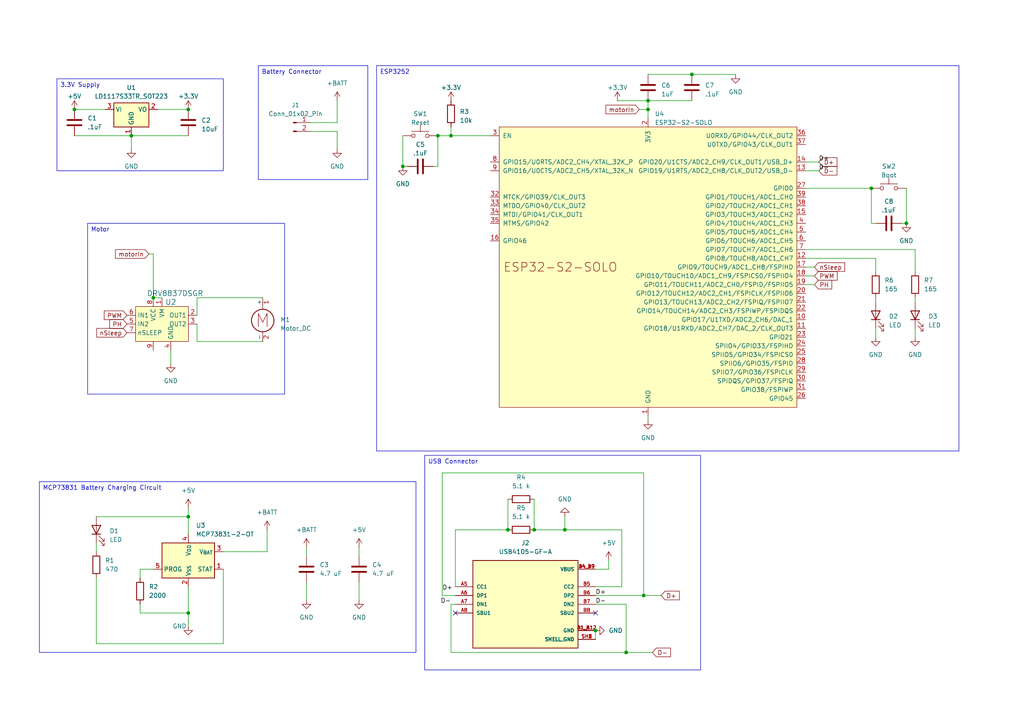
<source format=kicad_sch>
(kicad_sch (version 20230121) (generator eeschema)

  (uuid 95ea62da-c867-48f1-80da-76f5417d5775)

  (paper "A4")

  (lib_symbols
    (symbol "Battery_Management:MCP73831-2-OT" (in_bom yes) (on_board yes)
      (property "Reference" "U" (at -7.62 6.35 0)
        (effects (font (size 1.27 1.27)) (justify left))
      )
      (property "Value" "MCP73831-2-OT" (at 1.27 6.35 0)
        (effects (font (size 1.27 1.27)) (justify left))
      )
      (property "Footprint" "Package_TO_SOT_SMD:SOT-23-5" (at 1.27 -6.35 0)
        (effects (font (size 1.27 1.27) italic) (justify left) hide)
      )
      (property "Datasheet" "http://ww1.microchip.com/downloads/en/DeviceDoc/20001984g.pdf" (at -3.81 -1.27 0)
        (effects (font (size 1.27 1.27)) hide)
      )
      (property "ki_keywords" "battery charger lithium" (at 0 0 0)
        (effects (font (size 1.27 1.27)) hide)
      )
      (property "ki_description" "Single cell, Li-Ion/Li-Po charge management controller, 4.20V, Tri-State Status Output, in SOT23-5 package" (at 0 0 0)
        (effects (font (size 1.27 1.27)) hide)
      )
      (property "ki_fp_filters" "SOT?23*" (at 0 0 0)
        (effects (font (size 1.27 1.27)) hide)
      )
      (symbol "MCP73831-2-OT_0_1"
        (rectangle (start -7.62 5.08) (end 7.62 -5.08)
          (stroke (width 0.254) (type default))
          (fill (type background))
        )
      )
      (symbol "MCP73831-2-OT_1_1"
        (pin output line (at 10.16 -2.54 180) (length 2.54)
          (name "STAT" (effects (font (size 1.27 1.27))))
          (number "1" (effects (font (size 1.27 1.27))))
        )
        (pin power_in line (at 0 -7.62 90) (length 2.54)
          (name "V_{SS}" (effects (font (size 1.27 1.27))))
          (number "2" (effects (font (size 1.27 1.27))))
        )
        (pin power_out line (at 10.16 2.54 180) (length 2.54)
          (name "V_{BAT}" (effects (font (size 1.27 1.27))))
          (number "3" (effects (font (size 1.27 1.27))))
        )
        (pin power_in line (at 0 7.62 270) (length 2.54)
          (name "V_{DD}" (effects (font (size 1.27 1.27))))
          (number "4" (effects (font (size 1.27 1.27))))
        )
        (pin input line (at -10.16 -2.54 0) (length 2.54)
          (name "PROG" (effects (font (size 1.27 1.27))))
          (number "5" (effects (font (size 1.27 1.27))))
        )
      )
    )
    (symbol "Connector:Conn_01x02_Pin" (pin_names (offset 1.016) hide) (in_bom yes) (on_board yes)
      (property "Reference" "J" (at 0 2.54 0)
        (effects (font (size 1.27 1.27)))
      )
      (property "Value" "Conn_01x02_Pin" (at 0 -5.08 0)
        (effects (font (size 1.27 1.27)))
      )
      (property "Footprint" "" (at 0 0 0)
        (effects (font (size 1.27 1.27)) hide)
      )
      (property "Datasheet" "~" (at 0 0 0)
        (effects (font (size 1.27 1.27)) hide)
      )
      (property "ki_locked" "" (at 0 0 0)
        (effects (font (size 1.27 1.27)))
      )
      (property "ki_keywords" "connector" (at 0 0 0)
        (effects (font (size 1.27 1.27)) hide)
      )
      (property "ki_description" "Generic connector, single row, 01x02, script generated" (at 0 0 0)
        (effects (font (size 1.27 1.27)) hide)
      )
      (property "ki_fp_filters" "Connector*:*_1x??_*" (at 0 0 0)
        (effects (font (size 1.27 1.27)) hide)
      )
      (symbol "Conn_01x02_Pin_1_1"
        (polyline
          (pts
            (xy 1.27 -2.54)
            (xy 0.8636 -2.54)
          )
          (stroke (width 0.1524) (type default))
          (fill (type none))
        )
        (polyline
          (pts
            (xy 1.27 0)
            (xy 0.8636 0)
          )
          (stroke (width 0.1524) (type default))
          (fill (type none))
        )
        (rectangle (start 0.8636 -2.413) (end 0 -2.667)
          (stroke (width 0.1524) (type default))
          (fill (type outline))
        )
        (rectangle (start 0.8636 0.127) (end 0 -0.127)
          (stroke (width 0.1524) (type default))
          (fill (type outline))
        )
        (pin passive line (at 5.08 0 180) (length 3.81)
          (name "Pin_1" (effects (font (size 1.27 1.27))))
          (number "1" (effects (font (size 1.27 1.27))))
        )
        (pin passive line (at 5.08 -2.54 180) (length 3.81)
          (name "Pin_2" (effects (font (size 1.27 1.27))))
          (number "2" (effects (font (size 1.27 1.27))))
        )
      )
    )
    (symbol "Device:C" (pin_numbers hide) (pin_names (offset 0.254)) (in_bom yes) (on_board yes)
      (property "Reference" "C" (at 0.635 2.54 0)
        (effects (font (size 1.27 1.27)) (justify left))
      )
      (property "Value" "C" (at 0.635 -2.54 0)
        (effects (font (size 1.27 1.27)) (justify left))
      )
      (property "Footprint" "" (at 0.9652 -3.81 0)
        (effects (font (size 1.27 1.27)) hide)
      )
      (property "Datasheet" "~" (at 0 0 0)
        (effects (font (size 1.27 1.27)) hide)
      )
      (property "ki_keywords" "cap capacitor" (at 0 0 0)
        (effects (font (size 1.27 1.27)) hide)
      )
      (property "ki_description" "Unpolarized capacitor" (at 0 0 0)
        (effects (font (size 1.27 1.27)) hide)
      )
      (property "ki_fp_filters" "C_*" (at 0 0 0)
        (effects (font (size 1.27 1.27)) hide)
      )
      (symbol "C_0_1"
        (polyline
          (pts
            (xy -2.032 -0.762)
            (xy 2.032 -0.762)
          )
          (stroke (width 0.508) (type default))
          (fill (type none))
        )
        (polyline
          (pts
            (xy -2.032 0.762)
            (xy 2.032 0.762)
          )
          (stroke (width 0.508) (type default))
          (fill (type none))
        )
      )
      (symbol "C_1_1"
        (pin passive line (at 0 3.81 270) (length 2.794)
          (name "~" (effects (font (size 1.27 1.27))))
          (number "1" (effects (font (size 1.27 1.27))))
        )
        (pin passive line (at 0 -3.81 90) (length 2.794)
          (name "~" (effects (font (size 1.27 1.27))))
          (number "2" (effects (font (size 1.27 1.27))))
        )
      )
    )
    (symbol "Device:LED" (pin_numbers hide) (pin_names (offset 1.016) hide) (in_bom yes) (on_board yes)
      (property "Reference" "D" (at 0 2.54 0)
        (effects (font (size 1.27 1.27)))
      )
      (property "Value" "LED" (at 0 -2.54 0)
        (effects (font (size 1.27 1.27)))
      )
      (property "Footprint" "" (at 0 0 0)
        (effects (font (size 1.27 1.27)) hide)
      )
      (property "Datasheet" "~" (at 0 0 0)
        (effects (font (size 1.27 1.27)) hide)
      )
      (property "ki_keywords" "LED diode" (at 0 0 0)
        (effects (font (size 1.27 1.27)) hide)
      )
      (property "ki_description" "Light emitting diode" (at 0 0 0)
        (effects (font (size 1.27 1.27)) hide)
      )
      (property "ki_fp_filters" "LED* LED_SMD:* LED_THT:*" (at 0 0 0)
        (effects (font (size 1.27 1.27)) hide)
      )
      (symbol "LED_0_1"
        (polyline
          (pts
            (xy -1.27 -1.27)
            (xy -1.27 1.27)
          )
          (stroke (width 0.254) (type default))
          (fill (type none))
        )
        (polyline
          (pts
            (xy -1.27 0)
            (xy 1.27 0)
          )
          (stroke (width 0) (type default))
          (fill (type none))
        )
        (polyline
          (pts
            (xy 1.27 -1.27)
            (xy 1.27 1.27)
            (xy -1.27 0)
            (xy 1.27 -1.27)
          )
          (stroke (width 0.254) (type default))
          (fill (type none))
        )
        (polyline
          (pts
            (xy -3.048 -0.762)
            (xy -4.572 -2.286)
            (xy -3.81 -2.286)
            (xy -4.572 -2.286)
            (xy -4.572 -1.524)
          )
          (stroke (width 0) (type default))
          (fill (type none))
        )
        (polyline
          (pts
            (xy -1.778 -0.762)
            (xy -3.302 -2.286)
            (xy -2.54 -2.286)
            (xy -3.302 -2.286)
            (xy -3.302 -1.524)
          )
          (stroke (width 0) (type default))
          (fill (type none))
        )
      )
      (symbol "LED_1_1"
        (pin passive line (at -3.81 0 0) (length 2.54)
          (name "K" (effects (font (size 1.27 1.27))))
          (number "1" (effects (font (size 1.27 1.27))))
        )
        (pin passive line (at 3.81 0 180) (length 2.54)
          (name "A" (effects (font (size 1.27 1.27))))
          (number "2" (effects (font (size 1.27 1.27))))
        )
      )
    )
    (symbol "Device:R" (pin_numbers hide) (pin_names (offset 0)) (in_bom yes) (on_board yes)
      (property "Reference" "R" (at 2.032 0 90)
        (effects (font (size 1.27 1.27)))
      )
      (property "Value" "R" (at 0 0 90)
        (effects (font (size 1.27 1.27)))
      )
      (property "Footprint" "" (at -1.778 0 90)
        (effects (font (size 1.27 1.27)) hide)
      )
      (property "Datasheet" "~" (at 0 0 0)
        (effects (font (size 1.27 1.27)) hide)
      )
      (property "ki_keywords" "R res resistor" (at 0 0 0)
        (effects (font (size 1.27 1.27)) hide)
      )
      (property "ki_description" "Resistor" (at 0 0 0)
        (effects (font (size 1.27 1.27)) hide)
      )
      (property "ki_fp_filters" "R_*" (at 0 0 0)
        (effects (font (size 1.27 1.27)) hide)
      )
      (symbol "R_0_1"
        (rectangle (start -1.016 -2.54) (end 1.016 2.54)
          (stroke (width 0.254) (type default))
          (fill (type none))
        )
      )
      (symbol "R_1_1"
        (pin passive line (at 0 3.81 270) (length 1.27)
          (name "~" (effects (font (size 1.27 1.27))))
          (number "1" (effects (font (size 1.27 1.27))))
        )
        (pin passive line (at 0 -3.81 90) (length 1.27)
          (name "~" (effects (font (size 1.27 1.27))))
          (number "2" (effects (font (size 1.27 1.27))))
        )
      )
    )
    (symbol "Motor:Motor_DC" (pin_names (offset 0)) (in_bom yes) (on_board yes)
      (property "Reference" "M" (at 2.54 2.54 0)
        (effects (font (size 1.27 1.27)) (justify left))
      )
      (property "Value" "Motor_DC" (at 2.54 -5.08 0)
        (effects (font (size 1.27 1.27)) (justify left top))
      )
      (property "Footprint" "" (at 0 -2.286 0)
        (effects (font (size 1.27 1.27)) hide)
      )
      (property "Datasheet" "~" (at 0 -2.286 0)
        (effects (font (size 1.27 1.27)) hide)
      )
      (property "ki_keywords" "DC Motor" (at 0 0 0)
        (effects (font (size 1.27 1.27)) hide)
      )
      (property "ki_description" "DC Motor" (at 0 0 0)
        (effects (font (size 1.27 1.27)) hide)
      )
      (property "ki_fp_filters" "PinHeader*P2.54mm* TerminalBlock*" (at 0 0 0)
        (effects (font (size 1.27 1.27)) hide)
      )
      (symbol "Motor_DC_0_0"
        (polyline
          (pts
            (xy -1.27 -3.302)
            (xy -1.27 0.508)
            (xy 0 -2.032)
            (xy 1.27 0.508)
            (xy 1.27 -3.302)
          )
          (stroke (width 0) (type default))
          (fill (type none))
        )
      )
      (symbol "Motor_DC_0_1"
        (circle (center 0 -1.524) (radius 3.2512)
          (stroke (width 0.254) (type default))
          (fill (type none))
        )
        (polyline
          (pts
            (xy 0 -7.62)
            (xy 0 -7.112)
          )
          (stroke (width 0) (type default))
          (fill (type none))
        )
        (polyline
          (pts
            (xy 0 -4.7752)
            (xy 0 -5.1816)
          )
          (stroke (width 0) (type default))
          (fill (type none))
        )
        (polyline
          (pts
            (xy 0 1.7272)
            (xy 0 2.0828)
          )
          (stroke (width 0) (type default))
          (fill (type none))
        )
        (polyline
          (pts
            (xy 0 2.032)
            (xy 0 2.54)
          )
          (stroke (width 0) (type default))
          (fill (type none))
        )
      )
      (symbol "Motor_DC_1_1"
        (pin passive line (at 0 5.08 270) (length 2.54)
          (name "+" (effects (font (size 1.27 1.27))))
          (number "1" (effects (font (size 1.27 1.27))))
        )
        (pin passive line (at 0 -7.62 90) (length 2.54)
          (name "-" (effects (font (size 1.27 1.27))))
          (number "2" (effects (font (size 1.27 1.27))))
        )
      )
    )
    (symbol "Regulator_Linear:LD1117S33TR_SOT223" (in_bom yes) (on_board yes)
      (property "Reference" "U" (at -3.81 3.175 0)
        (effects (font (size 1.27 1.27)))
      )
      (property "Value" "LD1117S33TR_SOT223" (at 0 3.175 0)
        (effects (font (size 1.27 1.27)) (justify left))
      )
      (property "Footprint" "Package_TO_SOT_SMD:SOT-223-3_TabPin2" (at 0 5.08 0)
        (effects (font (size 1.27 1.27)) hide)
      )
      (property "Datasheet" "http://www.st.com/st-web-ui/static/active/en/resource/technical/document/datasheet/CD00000544.pdf" (at 2.54 -6.35 0)
        (effects (font (size 1.27 1.27)) hide)
      )
      (property "ki_keywords" "REGULATOR LDO 3.3V" (at 0 0 0)
        (effects (font (size 1.27 1.27)) hide)
      )
      (property "ki_description" "800mA Fixed Low Drop Positive Voltage Regulator, Fixed Output 3.3V, SOT-223" (at 0 0 0)
        (effects (font (size 1.27 1.27)) hide)
      )
      (property "ki_fp_filters" "SOT?223*TabPin2*" (at 0 0 0)
        (effects (font (size 1.27 1.27)) hide)
      )
      (symbol "LD1117S33TR_SOT223_0_1"
        (rectangle (start -5.08 -5.08) (end 5.08 1.905)
          (stroke (width 0.254) (type default))
          (fill (type background))
        )
      )
      (symbol "LD1117S33TR_SOT223_1_1"
        (pin power_in line (at 0 -7.62 90) (length 2.54)
          (name "GND" (effects (font (size 1.27 1.27))))
          (number "1" (effects (font (size 1.27 1.27))))
        )
        (pin power_out line (at 7.62 0 180) (length 2.54)
          (name "VO" (effects (font (size 1.27 1.27))))
          (number "2" (effects (font (size 1.27 1.27))))
        )
        (pin power_in line (at -7.62 0 0) (length 2.54)
          (name "VI" (effects (font (size 1.27 1.27))))
          (number "3" (effects (font (size 1.27 1.27))))
        )
      )
    )
    (symbol "Switch:SW_Omron_B3FS" (pin_numbers hide) (pin_names (offset 1.016) hide) (in_bom yes) (on_board yes)
      (property "Reference" "SW" (at 1.27 2.54 0)
        (effects (font (size 1.27 1.27)) (justify left))
      )
      (property "Value" "SW_Omron_B3FS" (at 0 -1.524 0)
        (effects (font (size 1.27 1.27)))
      )
      (property "Footprint" "" (at 0 5.08 0)
        (effects (font (size 1.27 1.27)) hide)
      )
      (property "Datasheet" "https://omronfs.omron.com/en_US/ecb/products/pdf/en-b3fs.pdf" (at 0 5.08 0)
        (effects (font (size 1.27 1.27)) hide)
      )
      (property "ki_keywords" "switch normally-open pushbutton push-button" (at 0 0 0)
        (effects (font (size 1.27 1.27)) hide)
      )
      (property "ki_description" "Omron B3FS 6x6mm single pole normally-open tactile switch" (at 0 0 0)
        (effects (font (size 1.27 1.27)) hide)
      )
      (property "ki_fp_filters" "SW*Omron*B3FS*" (at 0 0 0)
        (effects (font (size 1.27 1.27)) hide)
      )
      (symbol "SW_Omron_B3FS_0_1"
        (circle (center -2.032 0) (radius 0.508)
          (stroke (width 0) (type default))
          (fill (type none))
        )
        (polyline
          (pts
            (xy 0 1.27)
            (xy 0 3.048)
          )
          (stroke (width 0) (type default))
          (fill (type none))
        )
        (polyline
          (pts
            (xy 2.54 1.27)
            (xy -2.54 1.27)
          )
          (stroke (width 0) (type default))
          (fill (type none))
        )
        (circle (center 2.032 0) (radius 0.508)
          (stroke (width 0) (type default))
          (fill (type none))
        )
        (pin passive line (at -5.08 0 0) (length 2.54)
          (name "1" (effects (font (size 1.27 1.27))))
          (number "1" (effects (font (size 1.27 1.27))))
        )
        (pin passive line (at 5.08 0 180) (length 2.54)
          (name "2" (effects (font (size 1.27 1.27))))
          (number "2" (effects (font (size 1.27 1.27))))
        )
      )
    )
    (symbol "USB4105-GF-A:USB4105-GF-A" (pin_names (offset 1.016)) (in_bom yes) (on_board yes)
      (property "Reference" "J" (at -15.24 13.97 0)
        (effects (font (size 1.27 1.27)) (justify left bottom))
      )
      (property "Value" "USB4105-GF-A" (at -15.24 -15.24 0)
        (effects (font (size 1.27 1.27)) (justify left bottom))
      )
      (property "Footprint" "USB4105-GF-A:GCT_USB4105-GF-A" (at 0 0 0)
        (effects (font (size 1.27 1.27)) (justify bottom) hide)
      )
      (property "Datasheet" "" (at 0 0 0)
        (effects (font (size 1.27 1.27)) hide)
      )
      (property "MF" "GCT" (at 0 0 0)
        (effects (font (size 1.27 1.27)) (justify bottom) hide)
      )
      (property "MAXIMUM_PACKAGE_HEIGHT" "3.31mm" (at 0 0 0)
        (effects (font (size 1.27 1.27)) (justify bottom) hide)
      )
      (property "Package" "None" (at 0 0 0)
        (effects (font (size 1.27 1.27)) (justify bottom) hide)
      )
      (property "Price" "None" (at 0 0 0)
        (effects (font (size 1.27 1.27)) (justify bottom) hide)
      )
      (property "Check_prices" "https://www.snapeda.com/parts/USB4105-GF-A/Global+Connector+Technology/view-part/?ref=eda" (at 0 0 0)
        (effects (font (size 1.27 1.27)) (justify bottom) hide)
      )
      (property "STANDARD" "Manufacturer Recommendations" (at 0 0 0)
        (effects (font (size 1.27 1.27)) (justify bottom) hide)
      )
      (property "PARTREV" "B3" (at 0 0 0)
        (effects (font (size 1.27 1.27)) (justify bottom) hide)
      )
      (property "SnapEDA_Link" "https://www.snapeda.com/parts/USB4105-GF-A/Global+Connector+Technology/view-part/?ref=snap" (at 0 0 0)
        (effects (font (size 1.27 1.27)) (justify bottom) hide)
      )
      (property "MP" "USB4105-GF-A" (at 0 0 0)
        (effects (font (size 1.27 1.27)) (justify bottom) hide)
      )
      (property "Purchase-URL" "https://www.snapeda.com/api/url_track_click_mouser/?unipart_id=4423780&manufacturer=GCT&part_name=USB4105-GF-A&search_term=usb4105-gf-a" (at 0 0 0)
        (effects (font (size 1.27 1.27)) (justify bottom) hide)
      )
      (property "Description" "\nUSB-C (USB TYPE-C) USB 2.0 Receptacle Connector 24 (16+8 Dummy) Position Surface Mount, Right Angle; Through Hole\n" (at 0 0 0)
        (effects (font (size 1.27 1.27)) (justify bottom) hide)
      )
      (property "Availability" "In Stock" (at 0 0 0)
        (effects (font (size 1.27 1.27)) (justify bottom) hide)
      )
      (property "MANUFACTURER" "Global Connector Technology" (at 0 0 0)
        (effects (font (size 1.27 1.27)) (justify bottom) hide)
      )
      (symbol "USB4105-GF-A_0_0"
        (rectangle (start -15.24 -12.7) (end 15.24 12.7)
          (stroke (width 0.254) (type default))
          (fill (type background))
        )
        (pin power_in line (at 20.32 -7.62 180) (length 5.08)
          (name "GND" (effects (font (size 1.016 1.016))))
          (number "A1_B12" (effects (font (size 1.016 1.016))))
        )
        (pin power_in line (at 20.32 10.16 180) (length 5.08)
          (name "VBUS" (effects (font (size 1.016 1.016))))
          (number "A4_B9" (effects (font (size 1.016 1.016))))
        )
        (pin bidirectional line (at -20.32 5.08 0) (length 5.08)
          (name "CC1" (effects (font (size 1.016 1.016))))
          (number "A5" (effects (font (size 1.016 1.016))))
        )
        (pin bidirectional line (at -20.32 2.54 0) (length 5.08)
          (name "DP1" (effects (font (size 1.016 1.016))))
          (number "A6" (effects (font (size 1.016 1.016))))
        )
        (pin bidirectional line (at -20.32 0 0) (length 5.08)
          (name "DN1" (effects (font (size 1.016 1.016))))
          (number "A7" (effects (font (size 1.016 1.016))))
        )
        (pin bidirectional line (at -20.32 -2.54 0) (length 5.08)
          (name "SBU1" (effects (font (size 1.016 1.016))))
          (number "A8" (effects (font (size 1.016 1.016))))
        )
        (pin power_in line (at 20.32 -7.62 180) (length 5.08)
          (name "GND" (effects (font (size 1.016 1.016))))
          (number "B1_A12" (effects (font (size 1.016 1.016))))
        )
        (pin power_in line (at 20.32 10.16 180) (length 5.08)
          (name "VBUS" (effects (font (size 1.016 1.016))))
          (number "B4_A9" (effects (font (size 1.016 1.016))))
        )
        (pin bidirectional line (at 20.32 5.08 180) (length 5.08)
          (name "CC2" (effects (font (size 1.016 1.016))))
          (number "B5" (effects (font (size 1.016 1.016))))
        )
        (pin bidirectional line (at 20.32 2.54 180) (length 5.08)
          (name "DP2" (effects (font (size 1.016 1.016))))
          (number "B6" (effects (font (size 1.016 1.016))))
        )
        (pin bidirectional line (at 20.32 0 180) (length 5.08)
          (name "DN2" (effects (font (size 1.016 1.016))))
          (number "B7" (effects (font (size 1.016 1.016))))
        )
        (pin bidirectional line (at 20.32 -2.54 180) (length 5.08)
          (name "SBU2" (effects (font (size 1.016 1.016))))
          (number "B8" (effects (font (size 1.016 1.016))))
        )
        (pin power_in line (at 20.32 -10.16 180) (length 5.08)
          (name "SHELL_GND" (effects (font (size 1.016 1.016))))
          (number "SH1" (effects (font (size 1.016 1.016))))
        )
        (pin power_in line (at 20.32 -10.16 180) (length 5.08)
          (name "SHELL_GND" (effects (font (size 1.016 1.016))))
          (number "SH2" (effects (font (size 1.016 1.016))))
        )
        (pin power_in line (at 20.32 -10.16 180) (length 5.08)
          (name "SHELL_GND" (effects (font (size 1.016 1.016))))
          (number "SH3" (effects (font (size 1.016 1.016))))
        )
        (pin power_in line (at 20.32 -10.16 180) (length 5.08)
          (name "SHELL_GND" (effects (font (size 1.016 1.016))))
          (number "SH4" (effects (font (size 1.016 1.016))))
        )
      )
    )
    (symbol "dk_PMIC-Full-Half-Bridge-Drivers:DRV8837DSGR" (in_bom yes) (on_board yes)
      (property "Reference" "U" (at -7.62 6.35 0)
        (effects (font (size 1.524 1.524)))
      )
      (property "Value" "DRV8837DSGR" (at -3.81 8.89 0)
        (effects (font (size 1.524 1.524)) (justify right))
      )
      (property "Footprint" "digikey-footprints:WSON-8_2x2mm" (at 5.08 5.08 0)
        (effects (font (size 1.524 1.524)) (justify left) hide)
      )
      (property "Datasheet" "http://www.ti.com/general/docs/suppproductinfo.tsp?distId=10&gotoUrl=http%3A%2F%2Fwww.ti.com%2Flit%2Fgpn%2Fdrv8837" (at 5.08 7.62 0)
        (effects (font (size 1.524 1.524)) (justify left) hide)
      )
      (property "Digi-Key_PN" "296-34806-1-ND" (at 5.08 10.16 0)
        (effects (font (size 1.524 1.524)) (justify left) hide)
      )
      (property "MPN" "DRV8837DSGR" (at 5.08 12.7 0)
        (effects (font (size 1.524 1.524)) (justify left) hide)
      )
      (property "Category" "Integrated Circuits (ICs)" (at 5.08 15.24 0)
        (effects (font (size 1.524 1.524)) (justify left) hide)
      )
      (property "Family" "PMIC - Full, Half-Bridge Drivers" (at 5.08 17.78 0)
        (effects (font (size 1.524 1.524)) (justify left) hide)
      )
      (property "DK_Datasheet_Link" "http://www.ti.com/general/docs/suppproductinfo.tsp?distId=10&gotoUrl=http%3A%2F%2Fwww.ti.com%2Flit%2Fgpn%2Fdrv8837" (at 5.08 20.32 0)
        (effects (font (size 1.524 1.524)) (justify left) hide)
      )
      (property "DK_Detail_Page" "/product-detail/en/texas-instruments/DRV8837DSGR/296-34806-1-ND/3518833" (at 5.08 22.86 0)
        (effects (font (size 1.524 1.524)) (justify left) hide)
      )
      (property "Description" "IC MOTOR DRIVER PAR 8WSON" (at 5.08 25.4 0)
        (effects (font (size 1.524 1.524)) (justify left) hide)
      )
      (property "Manufacturer" "Texas Instruments" (at 5.08 27.94 0)
        (effects (font (size 1.524 1.524)) (justify left) hide)
      )
      (property "Status" "Active" (at 5.08 30.48 0)
        (effects (font (size 1.524 1.524)) (justify left) hide)
      )
      (property "ki_keywords" "296-34806-1-ND" (at 0 0 0)
        (effects (font (size 1.27 1.27)) hide)
      )
      (property "ki_description" "IC MOTOR DRIVER PAR 8WSON" (at 0 0 0)
        (effects (font (size 1.27 1.27)) hide)
      )
      (symbol "DRV8837DSGR_0_1"
        (rectangle (start -7.62 5.08) (end 7.62 -5.08)
          (stroke (width 0) (type solid))
          (fill (type background))
        )
      )
      (symbol "DRV8837DSGR_1_1"
        (pin power_in line (at 0 7.62 270) (length 2.54)
          (name "VM" (effects (font (size 1.27 1.27))))
          (number "1" (effects (font (size 1.27 1.27))))
        )
        (pin output line (at 10.16 2.54 180) (length 2.54)
          (name "OUT1" (effects (font (size 1.27 1.27))))
          (number "2" (effects (font (size 1.27 1.27))))
        )
        (pin output line (at 10.16 0 180) (length 2.54)
          (name "OUT2" (effects (font (size 1.27 1.27))))
          (number "3" (effects (font (size 1.27 1.27))))
        )
        (pin power_in line (at 2.54 -7.62 90) (length 2.54)
          (name "GND" (effects (font (size 1.27 1.27))))
          (number "4" (effects (font (size 1.27 1.27))))
        )
        (pin input line (at -10.16 0 0) (length 2.54)
          (name "IN2" (effects (font (size 1.27 1.27))))
          (number "5" (effects (font (size 1.27 1.27))))
        )
        (pin input line (at -10.16 2.54 0) (length 2.54)
          (name "IN1" (effects (font (size 1.27 1.27))))
          (number "6" (effects (font (size 1.27 1.27))))
        )
        (pin input line (at -10.16 -2.54 0) (length 2.54)
          (name "nSLEEP" (effects (font (size 1.27 1.27))))
          (number "7" (effects (font (size 1.27 1.27))))
        )
        (pin power_in line (at -2.54 7.62 270) (length 2.54)
          (name "VCC" (effects (font (size 1.27 1.27))))
          (number "8" (effects (font (size 1.27 1.27))))
        )
        (pin unspecified line (at -2.54 -7.62 90) (length 2.54)
          (name "~" (effects (font (size 1.27 1.27))))
          (number "9" (effects (font (size 1.27 1.27))))
        )
      )
    )
    (symbol "esp32:ESP32-S2-SOLO" (pin_names (offset 1.016)) (in_bom yes) (on_board yes)
      (property "Reference" "U" (at -43.18 45.72 0)
        (effects (font (size 1.27 1.27)) (justify left))
      )
      (property "Value" "ESP32-S2-SOLO" (at -43.18 43.18 0)
        (effects (font (size 1.27 1.27)) (justify left))
      )
      (property "Footprint" "PCM_Espressif:ESP32-S2-SOLO" (at 0 -53.34 0)
        (effects (font (size 1.27 1.27)) hide)
      )
      (property "Datasheet" "https://www.espressif.com/sites/default/files/documentation/esp32-s2-solo_esp32-s2-solo-u_datasheet_en.pdf" (at 0 -55.88 0)
        (effects (font (size 1.27 1.27)) hide)
      )
      (property "ki_keywords" "esp32-s2 solo" (at 0 0 0)
        (effects (font (size 1.27 1.27)) hide)
      )
      (property "ki_description" "ESP32-S2-SOLO and ESP32-S2-SOLO-U are two powerful, generic Wi-Fi MCU modules that have a rich set of peripherals." (at 0 0 0)
        (effects (font (size 1.27 1.27)) hide)
      )
      (symbol "ESP32-S2-SOLO_0_1"
        (rectangle (start -43.18 40.64) (end 43.18 -40.64)
          (stroke (width 0) (type default))
          (fill (type background))
        )
      )
      (symbol "ESP32-S2-SOLO_1_1"
        (text "ESP32-S2-SOLO" (at -25.4 0 0)
          (effects (font (size 2.54 2.54)))
        )
        (pin power_in line (at 0 -43.18 90) (length 2.54)
          (name "GND" (effects (font (size 1.27 1.27))))
          (number "1" (effects (font (size 1.27 1.27))))
        )
        (pin bidirectional line (at 45.72 -15.24 180) (length 2.54)
          (name "GPIO17/U1TXD/ADC2_CH6/DAC_1" (effects (font (size 1.27 1.27))))
          (number "10" (effects (font (size 1.27 1.27))))
        )
        (pin bidirectional line (at 45.72 -17.78 180) (length 2.54)
          (name "GPIO18/U1RXD/ADC2_CH7/DAC_2/CLK_OUT3" (effects (font (size 1.27 1.27))))
          (number "11" (effects (font (size 1.27 1.27))))
        )
        (pin bidirectional line (at 45.72 2.54 180) (length 2.54)
          (name "GPIO8/TOUCH8/ADC1_CH7" (effects (font (size 1.27 1.27))))
          (number "12" (effects (font (size 1.27 1.27))))
        )
        (pin bidirectional line (at 45.72 27.94 180) (length 2.54)
          (name "GPIO19/U1RTS/ADC2_CH8/CLK_OUT2/USB_D-" (effects (font (size 1.27 1.27))))
          (number "13" (effects (font (size 1.27 1.27))))
        )
        (pin bidirectional line (at 45.72 30.48 180) (length 2.54)
          (name "GPIO20/U1CTS/ADC2_CH9/CLK_OUT1/USB_D+" (effects (font (size 1.27 1.27))))
          (number "14" (effects (font (size 1.27 1.27))))
        )
        (pin bidirectional line (at 45.72 15.24 180) (length 2.54)
          (name "GPIO3/TOUCH3/ADC1_CH2" (effects (font (size 1.27 1.27))))
          (number "15" (effects (font (size 1.27 1.27))))
        )
        (pin input line (at -45.72 7.62 0) (length 2.54)
          (name "GPIO46" (effects (font (size 1.27 1.27))))
          (number "16" (effects (font (size 1.27 1.27))))
        )
        (pin bidirectional line (at 45.72 0 180) (length 2.54)
          (name "GPIO9/TOUCH9/ADC1_CH8/FSPIHD" (effects (font (size 1.27 1.27))))
          (number "17" (effects (font (size 1.27 1.27))))
        )
        (pin bidirectional line (at 45.72 -2.54 180) (length 2.54)
          (name "GPIO10/TOUCH10/ADC1_CH9/FSPICS0/FSPIIO4" (effects (font (size 1.27 1.27))))
          (number "18" (effects (font (size 1.27 1.27))))
        )
        (pin bidirectional line (at 45.72 -5.08 180) (length 2.54)
          (name "GPIO11/TOUCH11/ADC2_CH0/FSPID/FSPIIO5" (effects (font (size 1.27 1.27))))
          (number "19" (effects (font (size 1.27 1.27))))
        )
        (pin power_in line (at 0 43.18 270) (length 2.54)
          (name "3V3" (effects (font (size 1.27 1.27))))
          (number "2" (effects (font (size 1.27 1.27))))
        )
        (pin bidirectional line (at 45.72 -7.62 180) (length 2.54)
          (name "GPIO12/TOUCH12/ADC2_CH1/FSPICLK/FSPIIO6" (effects (font (size 1.27 1.27))))
          (number "20" (effects (font (size 1.27 1.27))))
        )
        (pin bidirectional line (at 45.72 -10.16 180) (length 2.54)
          (name "GPIO13/TOUCH13/ADC2_CH2/FSPIQ/FSPIIO7" (effects (font (size 1.27 1.27))))
          (number "21" (effects (font (size 1.27 1.27))))
        )
        (pin bidirectional line (at 45.72 -12.7 180) (length 2.54)
          (name "GPIO14/TOUCH14/ADC2_CH3/FSPIWP/FSPIDQS" (effects (font (size 1.27 1.27))))
          (number "22" (effects (font (size 1.27 1.27))))
        )
        (pin bidirectional line (at 45.72 -20.32 180) (length 2.54)
          (name "GPIO21" (effects (font (size 1.27 1.27))))
          (number "23" (effects (font (size 1.27 1.27))))
        )
        (pin bidirectional line (at 45.72 -22.86 180) (length 2.54)
          (name "SPIIO4/GPIO33/FSPIHD" (effects (font (size 1.27 1.27))))
          (number "24" (effects (font (size 1.27 1.27))))
        )
        (pin bidirectional line (at 45.72 -25.4 180) (length 2.54)
          (name "SPIIO5/GPIO34/FSPICS0" (effects (font (size 1.27 1.27))))
          (number "25" (effects (font (size 1.27 1.27))))
        )
        (pin bidirectional line (at 45.72 -38.1 180) (length 2.54)
          (name "GPIO45" (effects (font (size 1.27 1.27))))
          (number "26" (effects (font (size 1.27 1.27))))
        )
        (pin bidirectional line (at 45.72 22.86 180) (length 2.54)
          (name "GPIO0" (effects (font (size 1.27 1.27))))
          (number "27" (effects (font (size 1.27 1.27))))
        )
        (pin bidirectional line (at 45.72 -27.94 180) (length 2.54)
          (name "SPIIO6/GPIO35/FSPID" (effects (font (size 1.27 1.27))))
          (number "28" (effects (font (size 1.27 1.27))))
        )
        (pin bidirectional line (at 45.72 -30.48 180) (length 2.54)
          (name "SPIIO7/GPIO36/FSPICLK" (effects (font (size 1.27 1.27))))
          (number "29" (effects (font (size 1.27 1.27))))
        )
        (pin bidirectional line (at -45.72 38.1 0) (length 2.54)
          (name "EN" (effects (font (size 1.27 1.27))))
          (number "3" (effects (font (size 1.27 1.27))))
        )
        (pin bidirectional line (at 45.72 -33.02 180) (length 2.54)
          (name "SPIDQS/GPIO37/FSPIQ" (effects (font (size 1.27 1.27))))
          (number "30" (effects (font (size 1.27 1.27))))
        )
        (pin bidirectional line (at 45.72 -35.56 180) (length 2.54)
          (name "GPIO38/FSPIWP" (effects (font (size 1.27 1.27))))
          (number "31" (effects (font (size 1.27 1.27))))
        )
        (pin bidirectional line (at -45.72 20.32 0) (length 2.54)
          (name "MTCK/GPIO39/CLK_OUT3" (effects (font (size 1.27 1.27))))
          (number "32" (effects (font (size 1.27 1.27))))
        )
        (pin bidirectional line (at -45.72 17.78 0) (length 2.54)
          (name "MTDO/GPIO40/CLK_OUT2" (effects (font (size 1.27 1.27))))
          (number "33" (effects (font (size 1.27 1.27))))
        )
        (pin bidirectional line (at -45.72 15.24 0) (length 2.54)
          (name "MTDI/GPIO41/CLK_OUT1" (effects (font (size 1.27 1.27))))
          (number "34" (effects (font (size 1.27 1.27))))
        )
        (pin bidirectional line (at -45.72 12.7 0) (length 2.54)
          (name "MTMS/GPIO42" (effects (font (size 1.27 1.27))))
          (number "35" (effects (font (size 1.27 1.27))))
        )
        (pin bidirectional line (at 45.72 38.1 180) (length 2.54)
          (name "U0RXD/GPIO44/CLK_OUT2" (effects (font (size 1.27 1.27))))
          (number "36" (effects (font (size 1.27 1.27))))
        )
        (pin bidirectional line (at 45.72 35.56 180) (length 2.54)
          (name "U0TXD/GPIO43/CLK_OUT1" (effects (font (size 1.27 1.27))))
          (number "37" (effects (font (size 1.27 1.27))))
        )
        (pin bidirectional line (at 45.72 17.78 180) (length 2.54)
          (name "GPIO2/TOUCH2/ADC1_CH1" (effects (font (size 1.27 1.27))))
          (number "38" (effects (font (size 1.27 1.27))))
        )
        (pin bidirectional line (at 45.72 20.32 180) (length 2.54)
          (name "GPIO1/TOUCH1/ADC1_CH0" (effects (font (size 1.27 1.27))))
          (number "39" (effects (font (size 1.27 1.27))))
        )
        (pin bidirectional line (at 45.72 12.7 180) (length 2.54)
          (name "GPIO4/TOUCH4/ADC1_CH3" (effects (font (size 1.27 1.27))))
          (number "4" (effects (font (size 1.27 1.27))))
        )
        (pin passive line (at 0 -43.18 90) (length 2.54) hide
          (name "GND" (effects (font (size 1.27 1.27))))
          (number "40" (effects (font (size 1.27 1.27))))
        )
        (pin passive line (at 0 -43.18 90) (length 2.54) hide
          (name "GND" (effects (font (size 1.27 1.27))))
          (number "41" (effects (font (size 1.27 1.27))))
        )
        (pin bidirectional line (at 45.72 10.16 180) (length 2.54)
          (name "GPIO5/TOUCH5/ADC1_CH4" (effects (font (size 1.27 1.27))))
          (number "5" (effects (font (size 1.27 1.27))))
        )
        (pin bidirectional line (at 45.72 7.62 180) (length 2.54)
          (name "GPIO6/TOUCH6/ADC1_CH5" (effects (font (size 1.27 1.27))))
          (number "6" (effects (font (size 1.27 1.27))))
        )
        (pin bidirectional line (at 45.72 5.08 180) (length 2.54)
          (name "GPIO7/TOUCH7/ADC1_CH6" (effects (font (size 1.27 1.27))))
          (number "7" (effects (font (size 1.27 1.27))))
        )
        (pin bidirectional line (at -45.72 30.48 0) (length 2.54)
          (name "GPIO15/U0RTS/ADC2_CH4/XTAL_32K_P" (effects (font (size 1.27 1.27))))
          (number "8" (effects (font (size 1.27 1.27))))
        )
        (pin bidirectional line (at -45.72 27.94 0) (length 2.54)
          (name "GPIO16/U0CTS/ADC2_CH5/XTAL_32K_N" (effects (font (size 1.27 1.27))))
          (number "9" (effects (font (size 1.27 1.27))))
        )
      )
    )
    (symbol "power:+3.3V" (power) (pin_names (offset 0)) (in_bom yes) (on_board yes)
      (property "Reference" "#PWR" (at 0 -3.81 0)
        (effects (font (size 1.27 1.27)) hide)
      )
      (property "Value" "+3.3V" (at 0 3.556 0)
        (effects (font (size 1.27 1.27)))
      )
      (property "Footprint" "" (at 0 0 0)
        (effects (font (size 1.27 1.27)) hide)
      )
      (property "Datasheet" "" (at 0 0 0)
        (effects (font (size 1.27 1.27)) hide)
      )
      (property "ki_keywords" "global power" (at 0 0 0)
        (effects (font (size 1.27 1.27)) hide)
      )
      (property "ki_description" "Power symbol creates a global label with name \"+3.3V\"" (at 0 0 0)
        (effects (font (size 1.27 1.27)) hide)
      )
      (symbol "+3.3V_0_1"
        (polyline
          (pts
            (xy -0.762 1.27)
            (xy 0 2.54)
          )
          (stroke (width 0) (type default))
          (fill (type none))
        )
        (polyline
          (pts
            (xy 0 0)
            (xy 0 2.54)
          )
          (stroke (width 0) (type default))
          (fill (type none))
        )
        (polyline
          (pts
            (xy 0 2.54)
            (xy 0.762 1.27)
          )
          (stroke (width 0) (type default))
          (fill (type none))
        )
      )
      (symbol "+3.3V_1_1"
        (pin power_in line (at 0 0 90) (length 0) hide
          (name "+3.3V" (effects (font (size 1.27 1.27))))
          (number "1" (effects (font (size 1.27 1.27))))
        )
      )
    )
    (symbol "power:+5V" (power) (pin_names (offset 0)) (in_bom yes) (on_board yes)
      (property "Reference" "#PWR" (at 0 -3.81 0)
        (effects (font (size 1.27 1.27)) hide)
      )
      (property "Value" "+5V" (at 0 3.556 0)
        (effects (font (size 1.27 1.27)))
      )
      (property "Footprint" "" (at 0 0 0)
        (effects (font (size 1.27 1.27)) hide)
      )
      (property "Datasheet" "" (at 0 0 0)
        (effects (font (size 1.27 1.27)) hide)
      )
      (property "ki_keywords" "global power" (at 0 0 0)
        (effects (font (size 1.27 1.27)) hide)
      )
      (property "ki_description" "Power symbol creates a global label with name \"+5V\"" (at 0 0 0)
        (effects (font (size 1.27 1.27)) hide)
      )
      (symbol "+5V_0_1"
        (polyline
          (pts
            (xy -0.762 1.27)
            (xy 0 2.54)
          )
          (stroke (width 0) (type default))
          (fill (type none))
        )
        (polyline
          (pts
            (xy 0 0)
            (xy 0 2.54)
          )
          (stroke (width 0) (type default))
          (fill (type none))
        )
        (polyline
          (pts
            (xy 0 2.54)
            (xy 0.762 1.27)
          )
          (stroke (width 0) (type default))
          (fill (type none))
        )
      )
      (symbol "+5V_1_1"
        (pin power_in line (at 0 0 90) (length 0) hide
          (name "+5V" (effects (font (size 1.27 1.27))))
          (number "1" (effects (font (size 1.27 1.27))))
        )
      )
    )
    (symbol "power:+BATT" (power) (pin_names (offset 0)) (in_bom yes) (on_board yes)
      (property "Reference" "#PWR" (at 0 -3.81 0)
        (effects (font (size 1.27 1.27)) hide)
      )
      (property "Value" "+BATT" (at 0 3.556 0)
        (effects (font (size 1.27 1.27)))
      )
      (property "Footprint" "" (at 0 0 0)
        (effects (font (size 1.27 1.27)) hide)
      )
      (property "Datasheet" "" (at 0 0 0)
        (effects (font (size 1.27 1.27)) hide)
      )
      (property "ki_keywords" "global power battery" (at 0 0 0)
        (effects (font (size 1.27 1.27)) hide)
      )
      (property "ki_description" "Power symbol creates a global label with name \"+BATT\"" (at 0 0 0)
        (effects (font (size 1.27 1.27)) hide)
      )
      (symbol "+BATT_0_1"
        (polyline
          (pts
            (xy -0.762 1.27)
            (xy 0 2.54)
          )
          (stroke (width 0) (type default))
          (fill (type none))
        )
        (polyline
          (pts
            (xy 0 0)
            (xy 0 2.54)
          )
          (stroke (width 0) (type default))
          (fill (type none))
        )
        (polyline
          (pts
            (xy 0 2.54)
            (xy 0.762 1.27)
          )
          (stroke (width 0) (type default))
          (fill (type none))
        )
      )
      (symbol "+BATT_1_1"
        (pin power_in line (at 0 0 90) (length 0) hide
          (name "+BATT" (effects (font (size 1.27 1.27))))
          (number "1" (effects (font (size 1.27 1.27))))
        )
      )
    )
    (symbol "power:GND" (power) (pin_names (offset 0)) (in_bom yes) (on_board yes)
      (property "Reference" "#PWR" (at 0 -6.35 0)
        (effects (font (size 1.27 1.27)) hide)
      )
      (property "Value" "GND" (at 0 -3.81 0)
        (effects (font (size 1.27 1.27)))
      )
      (property "Footprint" "" (at 0 0 0)
        (effects (font (size 1.27 1.27)) hide)
      )
      (property "Datasheet" "" (at 0 0 0)
        (effects (font (size 1.27 1.27)) hide)
      )
      (property "ki_keywords" "global power" (at 0 0 0)
        (effects (font (size 1.27 1.27)) hide)
      )
      (property "ki_description" "Power symbol creates a global label with name \"GND\" , ground" (at 0 0 0)
        (effects (font (size 1.27 1.27)) hide)
      )
      (symbol "GND_0_1"
        (polyline
          (pts
            (xy 0 0)
            (xy 0 -1.27)
            (xy 1.27 -1.27)
            (xy 0 -2.54)
            (xy -1.27 -1.27)
            (xy 0 -1.27)
          )
          (stroke (width 0) (type default))
          (fill (type none))
        )
      )
      (symbol "GND_1_1"
        (pin power_in line (at 0 0 270) (length 0) hide
          (name "GND" (effects (font (size 1.27 1.27))))
          (number "1" (effects (font (size 1.27 1.27))))
        )
      )
    )
  )

  (junction (at 130.81 39.37) (diameter 0) (color 0 0 0 0)
    (uuid 1068994c-d0c4-4abf-8075-ca83cd0a0222)
  )
  (junction (at 116.84 48.26) (diameter 0) (color 0 0 0 0)
    (uuid 232086ad-456f-41b9-bb80-2130d931512e)
  )
  (junction (at 163.83 153.67) (diameter 0) (color 0 0 0 0)
    (uuid 3adf4194-b354-41ea-aa31-3f9a703f4542)
  )
  (junction (at 172.72 182.88) (diameter 0) (color 0 0 0 0)
    (uuid 48055a34-46cf-469e-9abc-273bb9d35a29)
  )
  (junction (at 127 39.37) (diameter 0) (color 0 0 0 0)
    (uuid 673675cc-248b-47a1-9bf1-612e79909b99)
  )
  (junction (at 54.61 149.86) (diameter 0) (color 0 0 0 0)
    (uuid 6969b845-7768-4e23-86c5-caf1095b43b7)
  )
  (junction (at 181.61 189.23) (diameter 0) (color 0 0 0 0)
    (uuid 7e01f40c-a84b-4509-aba0-cacd579fbb33)
  )
  (junction (at 21.59 31.75) (diameter 0) (color 0 0 0 0)
    (uuid 85764af5-90be-4138-976b-3fceed824348)
  )
  (junction (at 154.94 153.67) (diameter 0) (color 0 0 0 0)
    (uuid 9c9c0116-d37f-4ee6-86da-cc13425f7297)
  )
  (junction (at 187.96 29.21) (diameter 0) (color 0 0 0 0)
    (uuid 9cc73c84-87b1-4a55-bc74-ecf45373f402)
  )
  (junction (at 252.73 54.61) (diameter 0) (color 0 0 0 0)
    (uuid b8d9a5ed-ac5a-4065-9344-c2a4fc89b778)
  )
  (junction (at 44.45 86.36) (diameter 0) (color 0 0 0 0)
    (uuid c2364ba5-5b0f-43fa-beb4-1e6b28f50225)
  )
  (junction (at 186.69 172.72) (diameter 0) (color 0 0 0 0)
    (uuid cd3fdfae-f205-404e-9d02-dd81407420fc)
  )
  (junction (at 54.61 31.75) (diameter 0) (color 0 0 0 0)
    (uuid d4c5327c-b314-4de1-b58c-64fa53bef21a)
  )
  (junction (at 262.89 64.77) (diameter 0) (color 0 0 0 0)
    (uuid d6895a57-c87c-450d-acfe-4f13a7da51a1)
  )
  (junction (at 38.1 39.37) (diameter 0) (color 0 0 0 0)
    (uuid de08f049-0bcc-4226-bdcf-896c18f860cb)
  )
  (junction (at 187.96 31.75) (diameter 0) (color 0 0 0 0)
    (uuid e14f43e9-8685-4a56-b0c9-1ec0beb26d28)
  )
  (junction (at 54.61 177.8) (diameter 0) (color 0 0 0 0)
    (uuid f68196ed-3eee-4482-9028-dec26d60e13d)
  )
  (junction (at 147.32 153.67) (diameter 0) (color 0 0 0 0)
    (uuid f91c4915-82c0-45a8-b5f6-9e4348d3dde6)
  )
  (junction (at 200.66 21.59) (diameter 0) (color 0 0 0 0)
    (uuid fed4ccb1-63df-4650-b713-7e1f5f42313b)
  )

  (no_connect (at 172.72 177.8) (uuid 2c94afdc-3884-4e8d-8052-de41d88c15ab))
  (no_connect (at 132.08 177.8) (uuid a8b24d8a-f463-4b2a-bb46-a2a7e3d55ae9))

  (wire (pts (xy 172.72 172.72) (xy 186.69 172.72))
    (stroke (width 0) (type default))
    (uuid 0050ba20-c5a3-4498-ba50-6b56f9d90df9)
  )
  (wire (pts (xy 265.43 72.39) (xy 265.43 78.74))
    (stroke (width 0) (type default))
    (uuid 00c95bad-93ee-4b6e-aa98-9f013bd468bf)
  )
  (wire (pts (xy 49.53 101.6) (xy 49.53 105.41))
    (stroke (width 0) (type default))
    (uuid 035fa224-3311-41cc-b1db-708153398abe)
  )
  (wire (pts (xy 118.11 48.26) (xy 116.84 48.26))
    (stroke (width 0) (type default))
    (uuid 07017b97-c444-4d8e-b782-791f6ac93564)
  )
  (wire (pts (xy 179.07 29.21) (xy 187.96 29.21))
    (stroke (width 0) (type default))
    (uuid 0857eb28-3863-46fb-a00b-d05a6346ecfb)
  )
  (wire (pts (xy 27.94 157.48) (xy 27.94 160.02))
    (stroke (width 0) (type default))
    (uuid 144eaebe-b16c-4d14-bf3b-f78f136647ae)
  )
  (wire (pts (xy 43.18 73.66) (xy 44.45 73.66))
    (stroke (width 0) (type default))
    (uuid 14769726-8939-4123-a119-ebbb0debbda0)
  )
  (wire (pts (xy 116.84 48.26) (xy 116.84 39.37))
    (stroke (width 0) (type default))
    (uuid 151bc9f0-c810-4ad2-bb23-1b4e252ce33b)
  )
  (wire (pts (xy 57.15 93.98) (xy 57.15 99.06))
    (stroke (width 0) (type default))
    (uuid 1a3deb18-6f70-4021-a380-52a7338c61c4)
  )
  (wire (pts (xy 44.45 73.66) (xy 44.45 86.36))
    (stroke (width 0) (type default))
    (uuid 1a8b57c3-b77c-486f-8e02-a511651593a7)
  )
  (wire (pts (xy 77.47 153.67) (xy 77.47 160.02))
    (stroke (width 0) (type default))
    (uuid 1ea788ff-f27a-4ed9-b616-892ee918ba28)
  )
  (wire (pts (xy 233.68 49.53) (xy 237.49 49.53))
    (stroke (width 0) (type default))
    (uuid 205625e0-90e3-4bf5-ac67-d8185b8419f0)
  )
  (wire (pts (xy 90.17 38.1) (xy 97.79 38.1))
    (stroke (width 0) (type default))
    (uuid 206b8f4b-721d-456b-bc37-406fbbe3b831)
  )
  (wire (pts (xy 186.69 172.72) (xy 191.77 172.72))
    (stroke (width 0) (type default))
    (uuid 21cf8306-0e96-47c3-b41b-2a7fae314bc0)
  )
  (wire (pts (xy 130.81 39.37) (xy 142.24 39.37))
    (stroke (width 0) (type default))
    (uuid 2885359f-da29-4641-9949-7deacc19d3ec)
  )
  (wire (pts (xy 254 74.93) (xy 254 78.74))
    (stroke (width 0) (type default))
    (uuid 2b186e70-1c2a-4b24-b029-58821bf47338)
  )
  (wire (pts (xy 88.9 158.75) (xy 88.9 161.29))
    (stroke (width 0) (type default))
    (uuid 35f72f3d-7570-4896-984a-f594e6c27729)
  )
  (wire (pts (xy 128.27 137.16) (xy 128.27 172.72))
    (stroke (width 0) (type default))
    (uuid 36cf60f1-d454-4f47-a8f8-90e583f50ce9)
  )
  (wire (pts (xy 27.94 186.69) (xy 27.94 167.64))
    (stroke (width 0) (type default))
    (uuid 3858a2e7-687b-4ed8-9c49-5d51021a4e8d)
  )
  (wire (pts (xy 163.83 149.86) (xy 163.83 153.67))
    (stroke (width 0) (type default))
    (uuid 3a39cd81-a09e-4a33-989e-d8e63daab279)
  )
  (wire (pts (xy 44.45 86.36) (xy 46.99 86.36))
    (stroke (width 0) (type default))
    (uuid 3aca730b-865c-437a-b135-c17227091a7e)
  )
  (wire (pts (xy 254 64.77) (xy 252.73 64.77))
    (stroke (width 0) (type default))
    (uuid 3cd06030-6853-444b-bf36-8c3d6e34cfc3)
  )
  (wire (pts (xy 233.68 77.47) (xy 236.22 77.47))
    (stroke (width 0) (type default))
    (uuid 3d6392df-ba29-4d5e-b460-0cb3068fcaec)
  )
  (wire (pts (xy 147.32 144.78) (xy 147.32 153.67))
    (stroke (width 0) (type default))
    (uuid 3e2361ff-646e-4947-b93b-724359e48927)
  )
  (wire (pts (xy 54.61 177.8) (xy 54.61 181.61))
    (stroke (width 0) (type default))
    (uuid 3f365470-3868-4ec2-92f1-7380e7de62e4)
  )
  (wire (pts (xy 130.81 189.23) (xy 181.61 189.23))
    (stroke (width 0) (type default))
    (uuid 3f82cdf0-3990-409e-895e-7ab285ff4e29)
  )
  (wire (pts (xy 54.61 149.86) (xy 54.61 154.94))
    (stroke (width 0) (type default))
    (uuid 40c5802e-86f3-407d-b8bc-d28800f6a231)
  )
  (wire (pts (xy 200.66 21.59) (xy 213.36 21.59))
    (stroke (width 0) (type default))
    (uuid 43e3ca6e-2f98-40e9-b30e-ccb3d44597ce)
  )
  (wire (pts (xy 64.77 186.69) (xy 27.94 186.69))
    (stroke (width 0) (type default))
    (uuid 46a5b8a4-a57e-4d93-a9be-4338d3cd2175)
  )
  (wire (pts (xy 172.72 165.1) (xy 176.53 165.1))
    (stroke (width 0) (type default))
    (uuid 4ad7f3bf-3d47-4bcf-a3a3-142141e46891)
  )
  (wire (pts (xy 97.79 29.21) (xy 97.79 35.56))
    (stroke (width 0) (type default))
    (uuid 4b8efb46-d653-4998-b846-97f3df00ff02)
  )
  (wire (pts (xy 132.08 172.72) (xy 128.27 172.72))
    (stroke (width 0) (type default))
    (uuid 50e3ab1b-f993-4c56-adf8-01d2b9cee04f)
  )
  (wire (pts (xy 54.61 147.32) (xy 54.61 149.86))
    (stroke (width 0) (type default))
    (uuid 5598655a-211f-4b5a-971c-fa3d6fed0815)
  )
  (wire (pts (xy 181.61 175.26) (xy 181.61 189.23))
    (stroke (width 0) (type default))
    (uuid 560a1f3a-a2f3-43dd-ab93-7f36f90121cb)
  )
  (wire (pts (xy 233.68 54.61) (xy 252.73 54.61))
    (stroke (width 0) (type default))
    (uuid 57f50c2e-cdb3-4445-bdc6-877a005a9b5a)
  )
  (wire (pts (xy 132.08 175.26) (xy 130.81 175.26))
    (stroke (width 0) (type default))
    (uuid 5b75a238-a300-40eb-a0a1-a3464bb808d9)
  )
  (wire (pts (xy 176.53 162.56) (xy 176.53 165.1))
    (stroke (width 0) (type default))
    (uuid 5c25c338-e347-4877-8d42-0e5b5e5d4326)
  )
  (wire (pts (xy 233.68 46.99) (xy 237.49 46.99))
    (stroke (width 0) (type default))
    (uuid 602c4a58-9064-4871-849b-249276f57d5b)
  )
  (wire (pts (xy 54.61 170.18) (xy 54.61 177.8))
    (stroke (width 0) (type default))
    (uuid 618384f3-7ca5-414b-856b-447620c2705c)
  )
  (wire (pts (xy 181.61 189.23) (xy 189.23 189.23))
    (stroke (width 0) (type default))
    (uuid 6199c548-9e73-409a-8f8d-bb343315a3bc)
  )
  (wire (pts (xy 132.08 153.67) (xy 132.08 170.18))
    (stroke (width 0) (type default))
    (uuid 6469b2d0-aa27-4430-b37f-26691d1a3c81)
  )
  (wire (pts (xy 187.96 121.92) (xy 187.96 120.65))
    (stroke (width 0) (type default))
    (uuid 64bf9ede-5048-4d80-9ba4-36223e65320d)
  )
  (wire (pts (xy 64.77 160.02) (xy 77.47 160.02))
    (stroke (width 0) (type default))
    (uuid 673b820c-d6fb-4f4b-8183-24324d5be7ab)
  )
  (wire (pts (xy 104.14 168.91) (xy 104.14 173.99))
    (stroke (width 0) (type default))
    (uuid 6799c808-378c-4fa3-af36-ac6e32986aae)
  )
  (wire (pts (xy 76.2 86.36) (xy 57.15 86.36))
    (stroke (width 0) (type default))
    (uuid 6bc38713-8b33-4afe-b472-743e4940bc81)
  )
  (wire (pts (xy 128.27 137.16) (xy 186.69 137.16))
    (stroke (width 0) (type default))
    (uuid 6d59a7bc-c147-42cf-9a84-13609e2a937a)
  )
  (wire (pts (xy 265.43 86.36) (xy 265.43 87.63))
    (stroke (width 0) (type default))
    (uuid 70d173e2-6b64-41e3-b773-3ae547f60916)
  )
  (wire (pts (xy 125.73 48.26) (xy 127 48.26))
    (stroke (width 0) (type default))
    (uuid 74dc2865-77aa-4e9c-be6f-8f32b06c3f95)
  )
  (wire (pts (xy 21.59 39.37) (xy 38.1 39.37))
    (stroke (width 0) (type default))
    (uuid 784b849a-e6a5-41b8-9198-be8471c51309)
  )
  (wire (pts (xy 187.96 21.59) (xy 200.66 21.59))
    (stroke (width 0) (type default))
    (uuid 7bdfb5f5-f7f6-41e1-ad56-f37a72f29cf9)
  )
  (wire (pts (xy 186.69 137.16) (xy 186.69 172.72))
    (stroke (width 0) (type default))
    (uuid 850e69fa-3a07-4e67-88a5-c1d1f1a6b0e6)
  )
  (wire (pts (xy 252.73 54.61) (xy 252.73 64.77))
    (stroke (width 0) (type default))
    (uuid 85b25d19-7f25-4906-aefe-7471ed6a4684)
  )
  (wire (pts (xy 265.43 95.25) (xy 265.43 97.79))
    (stroke (width 0) (type default))
    (uuid 87b9c377-d96d-4728-a24c-28203b094bd5)
  )
  (wire (pts (xy 187.96 31.75) (xy 187.96 34.29))
    (stroke (width 0) (type default))
    (uuid 89e043a2-e91b-4315-9628-98ee30c90138)
  )
  (wire (pts (xy 88.9 168.91) (xy 88.9 173.99))
    (stroke (width 0) (type default))
    (uuid 8d5baa13-9a10-40d2-ab82-4e30568e0ebd)
  )
  (wire (pts (xy 130.81 36.83) (xy 130.81 39.37))
    (stroke (width 0) (type default))
    (uuid 8fd6ac40-ef41-4c5c-aea6-38188bdf1578)
  )
  (wire (pts (xy 44.45 165.1) (xy 40.64 165.1))
    (stroke (width 0) (type default))
    (uuid 904f78aa-bc70-461e-b213-67058a67edfd)
  )
  (wire (pts (xy 254 86.36) (xy 254 87.63))
    (stroke (width 0) (type default))
    (uuid 94aab50d-c856-4fc5-8d83-90e326199bda)
  )
  (wire (pts (xy 40.64 165.1) (xy 40.64 167.64))
    (stroke (width 0) (type default))
    (uuid 98a70509-921f-4948-928b-fe73aa19cd9e)
  )
  (wire (pts (xy 254 95.25) (xy 254 97.79))
    (stroke (width 0) (type default))
    (uuid 9b0d38c6-5019-48ef-85d9-d140016df21a)
  )
  (wire (pts (xy 236.22 82.55) (xy 233.68 82.55))
    (stroke (width 0) (type default))
    (uuid a08a51bb-68c0-483b-a907-6873f49b8dce)
  )
  (wire (pts (xy 90.17 35.56) (xy 97.79 35.56))
    (stroke (width 0) (type default))
    (uuid a7dc618b-c985-4e9e-a33d-7abf5dd620fc)
  )
  (wire (pts (xy 45.72 31.75) (xy 54.61 31.75))
    (stroke (width 0) (type default))
    (uuid a7f24404-8bb6-40ae-bebf-3719b832a862)
  )
  (wire (pts (xy 262.89 54.61) (xy 262.89 64.77))
    (stroke (width 0) (type default))
    (uuid ad0601fe-0638-4750-8794-a158d66307da)
  )
  (wire (pts (xy 130.81 39.37) (xy 127 39.37))
    (stroke (width 0) (type default))
    (uuid ad4b9aa6-d266-4ec1-a943-2013e2436de4)
  )
  (wire (pts (xy 21.59 31.75) (xy 30.48 31.75))
    (stroke (width 0) (type default))
    (uuid aef61b6f-6fb7-4568-b845-3776fbb4fe66)
  )
  (wire (pts (xy 54.61 149.86) (xy 27.94 149.86))
    (stroke (width 0) (type default))
    (uuid b0cc1088-ea97-4ad2-a0b6-4212d419c6ea)
  )
  (wire (pts (xy 154.94 153.67) (xy 163.83 153.67))
    (stroke (width 0) (type default))
    (uuid b1d6658a-83b9-417f-811f-c6cb9f4d420e)
  )
  (wire (pts (xy 104.14 158.75) (xy 104.14 161.29))
    (stroke (width 0) (type default))
    (uuid b8351602-2d8d-46c8-a70b-28724398a4c4)
  )
  (wire (pts (xy 127 39.37) (xy 127 48.26))
    (stroke (width 0) (type default))
    (uuid b95aa9df-2533-45d4-bf27-e922ffe8f3da)
  )
  (wire (pts (xy 233.68 72.39) (xy 265.43 72.39))
    (stroke (width 0) (type default))
    (uuid be122bdc-a3dc-4825-a0a4-d1250dc02f9b)
  )
  (wire (pts (xy 97.79 38.1) (xy 97.79 43.18))
    (stroke (width 0) (type default))
    (uuid be8ce56b-2d16-499d-94fd-08c80257f4c6)
  )
  (wire (pts (xy 180.34 170.18) (xy 172.72 170.18))
    (stroke (width 0) (type default))
    (uuid c42e8fab-12f4-47a4-82c2-109af3c988e0)
  )
  (wire (pts (xy 130.81 175.26) (xy 130.81 189.23))
    (stroke (width 0) (type default))
    (uuid c62e2b01-3c81-424c-9785-2338655a4028)
  )
  (wire (pts (xy 180.34 153.67) (xy 180.34 170.18))
    (stroke (width 0) (type default))
    (uuid c816ec6e-20be-4345-aa83-5539b50ea2e6)
  )
  (wire (pts (xy 262.89 64.77) (xy 261.62 64.77))
    (stroke (width 0) (type default))
    (uuid d0343178-ce04-4d40-9d40-5e7c1e2e695c)
  )
  (wire (pts (xy 64.77 165.1) (xy 64.77 186.69))
    (stroke (width 0) (type default))
    (uuid d806528d-2171-4f1b-ae62-e2351faa4b90)
  )
  (wire (pts (xy 38.1 39.37) (xy 38.1 43.18))
    (stroke (width 0) (type default))
    (uuid d9572e98-bd00-42bb-9628-402e70c90cc9)
  )
  (wire (pts (xy 147.32 153.67) (xy 132.08 153.67))
    (stroke (width 0) (type default))
    (uuid da9938a1-140a-4475-a839-bbb885a116a7)
  )
  (wire (pts (xy 154.94 144.78) (xy 154.94 153.67))
    (stroke (width 0) (type default))
    (uuid e05f8422-a5e0-4b94-8881-785d073e3df7)
  )
  (wire (pts (xy 40.64 175.26) (xy 40.64 177.8))
    (stroke (width 0) (type default))
    (uuid e0fc34a6-421b-47f9-a5e6-5c4f2a36fdff)
  )
  (wire (pts (xy 187.96 29.21) (xy 187.96 31.75))
    (stroke (width 0) (type default))
    (uuid e12287f7-beca-45c2-888b-3d308f317e0d)
  )
  (wire (pts (xy 233.68 74.93) (xy 254 74.93))
    (stroke (width 0) (type default))
    (uuid e6fcec2f-d81c-4b00-b04c-5fcc96b26a11)
  )
  (wire (pts (xy 57.15 86.36) (xy 57.15 91.44))
    (stroke (width 0) (type default))
    (uuid e76ed56c-a089-4cb0-8da6-3e9e61ff6303)
  )
  (wire (pts (xy 38.1 39.37) (xy 54.61 39.37))
    (stroke (width 0) (type default))
    (uuid e97a6adb-4551-4db3-8069-3aa4c42ba523)
  )
  (wire (pts (xy 185.42 31.75) (xy 187.96 31.75))
    (stroke (width 0) (type default))
    (uuid ec4860ee-da46-4d87-a6f7-889c0fca93e1)
  )
  (wire (pts (xy 187.96 29.21) (xy 200.66 29.21))
    (stroke (width 0) (type default))
    (uuid ed55176f-ba5b-4a55-9d97-3bc7a37d7960)
  )
  (wire (pts (xy 40.64 177.8) (xy 54.61 177.8))
    (stroke (width 0) (type default))
    (uuid f0061846-3c6c-4847-92ce-4a1e4a3cd1d2)
  )
  (wire (pts (xy 57.15 99.06) (xy 76.2 99.06))
    (stroke (width 0) (type default))
    (uuid f25d692b-4196-4e1f-b26e-5d1ad3856776)
  )
  (wire (pts (xy 172.72 175.26) (xy 181.61 175.26))
    (stroke (width 0) (type default))
    (uuid f422d304-3815-4d21-8171-255852dc08c4)
  )
  (wire (pts (xy 172.72 182.88) (xy 172.72 185.42))
    (stroke (width 0) (type default))
    (uuid f52705c4-3cac-404d-bef8-19bd1c411841)
  )
  (wire (pts (xy 163.83 153.67) (xy 180.34 153.67))
    (stroke (width 0) (type default))
    (uuid f94e1724-89ca-414e-826a-b18c1e6393c7)
  )
  (wire (pts (xy 236.22 80.01) (xy 233.68 80.01))
    (stroke (width 0) (type default))
    (uuid fc8a0bd4-5522-4ac5-8f38-f1fa3509cf9b)
  )

  (text_box "Motor"
    (at 25.4 64.77 0) (size 57.15 49.53)
    (stroke (width 0) (type default))
    (fill (type none))
    (effects (font (size 1.27 1.27)) (justify left top))
    (uuid 23e9af48-c769-459c-8f23-283f182d1c9d)
  )
  (text_box "3.3V Supply"
    (at 16.51 22.86 0) (size 48.26 26.67)
    (stroke (width 0) (type default))
    (fill (type none))
    (effects (font (size 1.27 1.27)) (justify left top))
    (uuid 24479e1f-b2f8-4f10-b20e-88c60b1c6398)
  )
  (text_box "Battery Connector"
    (at 74.93 19.05 0) (size 31.75 33.02)
    (stroke (width 0) (type default))
    (fill (type none))
    (effects (font (size 1.27 1.27)) (justify left top))
    (uuid 5265d8ca-d26a-4129-93bb-458172aefecc)
  )
  (text_box "ESP3252"
    (at 109.22 19.05 0) (size 168.91 111.76)
    (stroke (width 0) (type default))
    (fill (type none))
    (effects (font (size 1.27 1.27)) (justify left top))
    (uuid 5ed2c5fb-7556-4519-8039-a832d281d1c7)
  )
  (text_box "MCP73831 Battery Charging Circuit"
    (at 11.43 139.7 0) (size 109.22 49.53)
    (stroke (width 0) (type default))
    (fill (type none))
    (effects (font (size 1.27 1.27)) (justify left top))
    (uuid b31fa929-3218-4b98-b5a1-b2a971719fea)
  )
  (text_box "USB Connector"
    (at 123.19 132.08 0) (size 80.01 62.23)
    (stroke (width 0) (type default))
    (fill (type none))
    (effects (font (size 1.27 1.27)) (justify left top))
    (uuid efce7438-e3ba-4527-ad40-c32cb4a9803e)
  )

  (label "D-" (at 237.49 49.53 0) (fields_autoplaced)
    (effects (font (size 1.27 1.27)) (justify left bottom))
    (uuid 17f5dc2a-7cea-4dae-8eaa-e927d6e4d6f5)
  )
  (label "D-" (at 172.72 175.26 0) (fields_autoplaced)
    (effects (font (size 1.27 1.27)) (justify left bottom))
    (uuid 200f440f-7904-485b-83d8-4894fb2a4627)
  )
  (label "D+" (at 172.72 172.72 0) (fields_autoplaced)
    (effects (font (size 1.27 1.27)) (justify left bottom))
    (uuid 3fa1a84d-d985-49c5-b437-97bebe0c7c79)
  )
  (label "D-" (at 130.81 175.26 180) (fields_autoplaced)
    (effects (font (size 1.27 1.27)) (justify right bottom))
    (uuid 81bd5821-6f66-4a7c-a3f8-c4acc3741715)
  )
  (label "D+" (at 237.49 46.99 0) (fields_autoplaced)
    (effects (font (size 1.27 1.27)) (justify left bottom))
    (uuid 8eeaf81a-58b3-4122-873d-7e535533552e)
  )
  (label "D+" (at 128.27 171.45 0) (fields_autoplaced)
    (effects (font (size 1.27 1.27)) (justify left bottom))
    (uuid 952b9742-a4b4-40c4-84a8-c18e56a71ff3)
  )

  (global_label "D+" (shape input) (at 191.77 172.72 0) (fields_autoplaced)
    (effects (font (size 1.27 1.27)) (justify left))
    (uuid 01fe2f75-6331-4126-a843-64b2e38042fa)
    (property "Intersheetrefs" "${INTERSHEET_REFS}" (at 197.5976 172.72 0)
      (effects (font (size 1.27 1.27)) (justify left) hide)
    )
  )
  (global_label "motorIn" (shape input) (at 185.42 31.75 180) (fields_autoplaced)
    (effects (font (size 1.27 1.27)) (justify right))
    (uuid 0d99ab71-3193-4808-9207-9b477d7a4d64)
    (property "Intersheetrefs" "${INTERSHEET_REFS}" (at 175.1778 31.75 0)
      (effects (font (size 1.27 1.27)) (justify right) hide)
    )
  )
  (global_label "nSleep" (shape input) (at 36.83 96.52 180) (fields_autoplaced)
    (effects (font (size 1.27 1.27)) (justify right))
    (uuid 68db88bc-b620-4dda-b850-36654265545a)
    (property "Intersheetrefs" "${INTERSHEET_REFS}" (at 27.4949 96.52 0)
      (effects (font (size 1.27 1.27)) (justify right) hide)
    )
  )
  (global_label "nSleep" (shape input) (at 236.22 77.47 0) (fields_autoplaced)
    (effects (font (size 1.27 1.27)) (justify left))
    (uuid 7564317b-306f-4f7c-8523-a562a1b3f0d9)
    (property "Intersheetrefs" "${INTERSHEET_REFS}" (at 245.5551 77.47 0)
      (effects (font (size 1.27 1.27)) (justify left) hide)
    )
  )
  (global_label "motorIn" (shape input) (at 43.18 73.66 180) (fields_autoplaced)
    (effects (font (size 1.27 1.27)) (justify right))
    (uuid a2fdce4b-8913-4d8b-ba87-aa51af5efe3d)
    (property "Intersheetrefs" "${INTERSHEET_REFS}" (at 32.9378 73.66 0)
      (effects (font (size 1.27 1.27)) (justify right) hide)
    )
  )
  (global_label "D+" (shape input) (at 237.49 46.99 0) (fields_autoplaced)
    (effects (font (size 1.27 1.27)) (justify left))
    (uuid c3759ff4-15ea-4399-96d4-c4a69d505676)
    (property "Intersheetrefs" "${INTERSHEET_REFS}" (at 243.3176 46.99 0)
      (effects (font (size 1.27 1.27)) (justify left) hide)
    )
  )
  (global_label "PH" (shape input) (at 236.22 82.55 0) (fields_autoplaced)
    (effects (font (size 1.27 1.27)) (justify left))
    (uuid c53ac0d0-4403-4d11-9540-6732aa319fc3)
    (property "Intersheetrefs" "${INTERSHEET_REFS}" (at 241.8057 82.55 0)
      (effects (font (size 1.27 1.27)) (justify left) hide)
    )
  )
  (global_label "PWM" (shape input) (at 236.22 80.01 0) (fields_autoplaced)
    (effects (font (size 1.27 1.27)) (justify left))
    (uuid d1ca4835-73ba-4d50-b54a-f37af0a55ccd)
    (property "Intersheetrefs" "${INTERSHEET_REFS}" (at 243.378 80.01 0)
      (effects (font (size 1.27 1.27)) (justify left) hide)
    )
  )
  (global_label "D-" (shape input) (at 237.49 49.53 0) (fields_autoplaced)
    (effects (font (size 1.27 1.27)) (justify left))
    (uuid e49aca78-cd76-4699-89be-df25ff6f32e8)
    (property "Intersheetrefs" "${INTERSHEET_REFS}" (at 243.3176 49.53 0)
      (effects (font (size 1.27 1.27)) (justify left) hide)
    )
  )
  (global_label "D-" (shape input) (at 189.23 189.23 0) (fields_autoplaced)
    (effects (font (size 1.27 1.27)) (justify left))
    (uuid e9875484-0c43-40db-a683-cfa924d9bbd7)
    (property "Intersheetrefs" "${INTERSHEET_REFS}" (at 195.0576 189.23 0)
      (effects (font (size 1.27 1.27)) (justify left) hide)
    )
  )
  (global_label "PH" (shape input) (at 36.83 93.98 180) (fields_autoplaced)
    (effects (font (size 1.27 1.27)) (justify right))
    (uuid ed710cf3-47f1-4b34-994a-4d5cdaa5a007)
    (property "Intersheetrefs" "${INTERSHEET_REFS}" (at 31.2443 93.98 0)
      (effects (font (size 1.27 1.27)) (justify right) hide)
    )
  )
  (global_label "PWM" (shape input) (at 36.83 91.44 180) (fields_autoplaced)
    (effects (font (size 1.27 1.27)) (justify right))
    (uuid fe8a3532-c528-4f44-adca-731db2902fa4)
    (property "Intersheetrefs" "${INTERSHEET_REFS}" (at 29.672 91.44 0)
      (effects (font (size 1.27 1.27)) (justify right) hide)
    )
  )

  (symbol (lib_id "Device:R") (at 130.81 33.02 0) (unit 1)
    (in_bom yes) (on_board yes) (dnp no) (fields_autoplaced)
    (uuid 00820419-0f2e-4788-917b-70ad3a9b41da)
    (property "Reference" "R3" (at 133.35 32.385 0)
      (effects (font (size 1.27 1.27)) (justify left))
    )
    (property "Value" "10k" (at 133.35 34.925 0)
      (effects (font (size 1.27 1.27)) (justify left))
    )
    (property "Footprint" "Resistor_SMD:R_0805_2012Metric" (at 129.032 33.02 90)
      (effects (font (size 1.27 1.27)) hide)
    )
    (property "Datasheet" "~" (at 130.81 33.02 0)
      (effects (font (size 1.27 1.27)) hide)
    )
    (pin "1" (uuid cc9d32e5-d073-41f7-bda1-b2343006d96c))
    (pin "2" (uuid a350b4ec-b089-4ba4-bd14-e983acfcd16b))
    (instances
      (project "vibration_circuit"
        (path "/95ea62da-c867-48f1-80da-76f5417d5775"
          (reference "R3") (unit 1)
        )
      )
    )
  )

  (symbol (lib_id "power:GND") (at 213.36 21.59 0) (unit 1)
    (in_bom yes) (on_board yes) (dnp no) (fields_autoplaced)
    (uuid 026ab9b9-c5ec-40fb-b07e-ae922cf4a212)
    (property "Reference" "#PWR021" (at 213.36 27.94 0)
      (effects (font (size 1.27 1.27)) hide)
    )
    (property "Value" "GND" (at 213.36 26.67 0)
      (effects (font (size 1.27 1.27)))
    )
    (property "Footprint" "" (at 213.36 21.59 0)
      (effects (font (size 1.27 1.27)) hide)
    )
    (property "Datasheet" "" (at 213.36 21.59 0)
      (effects (font (size 1.27 1.27)) hide)
    )
    (pin "1" (uuid 35944a8b-62f4-4268-b775-78754ef9b931))
    (instances
      (project "vibration_circuit"
        (path "/95ea62da-c867-48f1-80da-76f5417d5775"
          (reference "#PWR021") (unit 1)
        )
      )
    )
  )

  (symbol (lib_id "Device:R") (at 254 82.55 180) (unit 1)
    (in_bom yes) (on_board yes) (dnp no) (fields_autoplaced)
    (uuid 0c7af510-052d-4ea8-9316-ca1fc95b08da)
    (property "Reference" "R6" (at 256.54 81.28 0)
      (effects (font (size 1.27 1.27)) (justify right))
    )
    (property "Value" "165" (at 256.54 83.82 0)
      (effects (font (size 1.27 1.27)) (justify right))
    )
    (property "Footprint" "Resistor_SMD:R_0603_1608Metric" (at 255.778 82.55 90)
      (effects (font (size 1.27 1.27)) hide)
    )
    (property "Datasheet" "~" (at 254 82.55 0)
      (effects (font (size 1.27 1.27)) hide)
    )
    (pin "1" (uuid 1338ac97-6f0c-4cb0-8b81-a5400cbd19ea))
    (pin "2" (uuid 0dfeeeae-4072-4ced-bb5e-062e2211b41a))
    (instances
      (project "vibration_circuit"
        (path "/95ea62da-c867-48f1-80da-76f5417d5775"
          (reference "R6") (unit 1)
        )
      )
    )
  )

  (symbol (lib_id "Regulator_Linear:LD1117S33TR_SOT223") (at 38.1 31.75 0) (unit 1)
    (in_bom yes) (on_board yes) (dnp no) (fields_autoplaced)
    (uuid 0fd729de-cdae-4fa7-ade2-573875b87700)
    (property "Reference" "U1" (at 38.1 25.4 0)
      (effects (font (size 1.27 1.27)))
    )
    (property "Value" "LD1117S33TR_SOT223" (at 38.1 27.94 0)
      (effects (font (size 1.27 1.27)))
    )
    (property "Footprint" "Package_TO_SOT_SMD:SOT-223-3_TabPin2" (at 38.1 26.67 0)
      (effects (font (size 1.27 1.27)) hide)
    )
    (property "Datasheet" "http://www.st.com/st-web-ui/static/active/en/resource/technical/document/datasheet/CD00000544.pdf" (at 40.64 38.1 0)
      (effects (font (size 1.27 1.27)) hide)
    )
    (pin "1" (uuid 06cdba70-b611-459c-ab03-5556b0baf64e))
    (pin "2" (uuid 68a072c7-d86c-48f2-ba93-79b5eee02b85))
    (pin "3" (uuid 0a032792-5889-4d0a-aeeb-b5f45c97d2fc))
    (instances
      (project "vibration_circuit"
        (path "/95ea62da-c867-48f1-80da-76f5417d5775"
          (reference "U1") (unit 1)
        )
      )
    )
  )

  (symbol (lib_id "power:+3.3V") (at 130.81 29.21 0) (unit 1)
    (in_bom yes) (on_board yes) (dnp no) (fields_autoplaced)
    (uuid 11fe808a-a1d8-44ae-a85b-701adce23ae3)
    (property "Reference" "#PWR015" (at 130.81 33.02 0)
      (effects (font (size 1.27 1.27)) hide)
    )
    (property "Value" "+3.3V" (at 130.81 25.4 0)
      (effects (font (size 1.27 1.27)))
    )
    (property "Footprint" "" (at 130.81 29.21 0)
      (effects (font (size 1.27 1.27)) hide)
    )
    (property "Datasheet" "" (at 130.81 29.21 0)
      (effects (font (size 1.27 1.27)) hide)
    )
    (pin "1" (uuid 3c757018-136f-4c26-bfbe-bdb28c7eb09f))
    (instances
      (project "vibration_circuit"
        (path "/95ea62da-c867-48f1-80da-76f5417d5775"
          (reference "#PWR015") (unit 1)
        )
      )
    )
  )

  (symbol (lib_id "power:GND") (at 262.89 64.77 0) (unit 1)
    (in_bom yes) (on_board yes) (dnp no) (fields_autoplaced)
    (uuid 1d243fee-fdd1-46bb-bd5b-c5ecbec02f8a)
    (property "Reference" "#PWR023" (at 262.89 71.12 0)
      (effects (font (size 1.27 1.27)) hide)
    )
    (property "Value" "GND" (at 262.89 69.85 0)
      (effects (font (size 1.27 1.27)))
    )
    (property "Footprint" "" (at 262.89 64.77 0)
      (effects (font (size 1.27 1.27)) hide)
    )
    (property "Datasheet" "" (at 262.89 64.77 0)
      (effects (font (size 1.27 1.27)) hide)
    )
    (pin "1" (uuid 41e3bb3b-2049-43f4-8831-6d061fcba623))
    (instances
      (project "vibration_circuit"
        (path "/95ea62da-c867-48f1-80da-76f5417d5775"
          (reference "#PWR023") (unit 1)
        )
      )
    )
  )

  (symbol (lib_id "power:+BATT") (at 97.79 29.21 0) (unit 1)
    (in_bom yes) (on_board yes) (dnp no) (fields_autoplaced)
    (uuid 311bf580-83d6-4d67-81f7-a505f97a587c)
    (property "Reference" "#PWR010" (at 97.79 33.02 0)
      (effects (font (size 1.27 1.27)) hide)
    )
    (property "Value" "+BATT" (at 97.79 24.13 0)
      (effects (font (size 1.27 1.27)))
    )
    (property "Footprint" "" (at 97.79 29.21 0)
      (effects (font (size 1.27 1.27)) hide)
    )
    (property "Datasheet" "" (at 97.79 29.21 0)
      (effects (font (size 1.27 1.27)) hide)
    )
    (pin "1" (uuid 7b00c8c6-f04e-4ea6-92f9-aaf2d387db7d))
    (instances
      (project "vibration_circuit"
        (path "/95ea62da-c867-48f1-80da-76f5417d5775"
          (reference "#PWR010") (unit 1)
        )
      )
    )
  )

  (symbol (lib_id "Device:C") (at 88.9 165.1 0) (unit 1)
    (in_bom yes) (on_board yes) (dnp no) (fields_autoplaced)
    (uuid 370111cd-8f1e-4fb1-8ebd-bf9cd38f7d92)
    (property "Reference" "C3" (at 92.71 163.83 0)
      (effects (font (size 1.27 1.27)) (justify left))
    )
    (property "Value" "4.7 uF" (at 92.71 166.37 0)
      (effects (font (size 1.27 1.27)) (justify left))
    )
    (property "Footprint" "Capacitor_SMD:C_0603_1608Metric" (at 89.8652 168.91 0)
      (effects (font (size 1.27 1.27)) hide)
    )
    (property "Datasheet" "~" (at 88.9 165.1 0)
      (effects (font (size 1.27 1.27)) hide)
    )
    (pin "2" (uuid 9c0cee39-3d32-4eaf-b162-7f724659e6e0))
    (pin "1" (uuid 170a811f-42e7-4a14-9300-1c678daa4763))
    (instances
      (project "vibration_circuit"
        (path "/95ea62da-c867-48f1-80da-76f5417d5775"
          (reference "C3") (unit 1)
        )
      )
    )
  )

  (symbol (lib_id "Device:C") (at 104.14 165.1 0) (unit 1)
    (in_bom yes) (on_board yes) (dnp no) (fields_autoplaced)
    (uuid 3aa7d11c-2a41-4566-81e3-3252bbd9cb72)
    (property "Reference" "C4" (at 107.95 163.83 0)
      (effects (font (size 1.27 1.27)) (justify left))
    )
    (property "Value" "4.7 uF" (at 107.95 166.37 0)
      (effects (font (size 1.27 1.27)) (justify left))
    )
    (property "Footprint" "Capacitor_SMD:C_0603_1608Metric" (at 105.1052 168.91 0)
      (effects (font (size 1.27 1.27)) hide)
    )
    (property "Datasheet" "~" (at 104.14 165.1 0)
      (effects (font (size 1.27 1.27)) hide)
    )
    (pin "2" (uuid 05597bfb-1c05-43b7-96cb-45bad02c903b))
    (pin "1" (uuid 9f517ab8-ece5-46ae-aaa2-d6c8dd2165be))
    (instances
      (project "vibration_circuit"
        (path "/95ea62da-c867-48f1-80da-76f5417d5775"
          (reference "C4") (unit 1)
        )
      )
    )
  )

  (symbol (lib_id "Device:C") (at 187.96 25.4 0) (unit 1)
    (in_bom yes) (on_board yes) (dnp no) (fields_autoplaced)
    (uuid 3c4f2d2a-89f6-4e16-92a6-3f608280a045)
    (property "Reference" "C6" (at 191.77 24.765 0)
      (effects (font (size 1.27 1.27)) (justify left))
    )
    (property "Value" "1uF" (at 191.77 27.305 0)
      (effects (font (size 1.27 1.27)) (justify left))
    )
    (property "Footprint" "Capacitor_SMD:C_0603_1608Metric" (at 188.9252 29.21 0)
      (effects (font (size 1.27 1.27)) hide)
    )
    (property "Datasheet" "~" (at 187.96 25.4 0)
      (effects (font (size 1.27 1.27)) hide)
    )
    (pin "1" (uuid 79dfc448-b886-40a0-ae4e-3502a8251687))
    (pin "2" (uuid 57d400f7-f3ab-4a03-882f-e7dd9a574b39))
    (instances
      (project "vibration_circuit"
        (path "/95ea62da-c867-48f1-80da-76f5417d5775"
          (reference "C6") (unit 1)
        )
      )
    )
  )

  (symbol (lib_id "Device:R") (at 27.94 163.83 0) (unit 1)
    (in_bom yes) (on_board yes) (dnp no) (fields_autoplaced)
    (uuid 421db1f9-78bb-4b4a-a9d4-a4c0996562a3)
    (property "Reference" "R1" (at 30.48 162.56 0)
      (effects (font (size 1.27 1.27)) (justify left))
    )
    (property "Value" "470" (at 30.48 165.1 0)
      (effects (font (size 1.27 1.27)) (justify left))
    )
    (property "Footprint" "Resistor_SMD:R_0603_1608Metric" (at 26.162 163.83 90)
      (effects (font (size 1.27 1.27)) hide)
    )
    (property "Datasheet" "~" (at 27.94 163.83 0)
      (effects (font (size 1.27 1.27)) hide)
    )
    (pin "2" (uuid 6eb7b8aa-1e49-462b-b0b4-f839c8b54e6a))
    (pin "1" (uuid 9cd3f69e-6676-4e11-8e32-b5ce637605c1))
    (instances
      (project "vibration_circuit"
        (path "/95ea62da-c867-48f1-80da-76f5417d5775"
          (reference "R1") (unit 1)
        )
      )
    )
  )

  (symbol (lib_id "Device:R") (at 151.13 144.78 90) (unit 1)
    (in_bom yes) (on_board yes) (dnp no) (fields_autoplaced)
    (uuid 490b5b66-74dc-4099-9898-f7d0cbff34cf)
    (property "Reference" "R4" (at 151.13 138.43 90)
      (effects (font (size 1.27 1.27)))
    )
    (property "Value" "5.1 k" (at 151.13 140.97 90)
      (effects (font (size 1.27 1.27)))
    )
    (property "Footprint" "Resistor_SMD:R_0603_1608Metric" (at 151.13 146.558 90)
      (effects (font (size 1.27 1.27)) hide)
    )
    (property "Datasheet" "~" (at 151.13 144.78 0)
      (effects (font (size 1.27 1.27)) hide)
    )
    (pin "1" (uuid 8c8058b6-1017-418c-8eba-728ba1cf60fc))
    (pin "2" (uuid cefa567c-7585-455f-9342-170eac7d6344))
    (instances
      (project "vibration_circuit"
        (path "/95ea62da-c867-48f1-80da-76f5417d5775"
          (reference "R4") (unit 1)
        )
      )
    )
  )

  (symbol (lib_id "power:+BATT") (at 77.47 153.67 0) (unit 1)
    (in_bom yes) (on_board yes) (dnp no) (fields_autoplaced)
    (uuid 4f2416f5-5df0-4b61-8199-5790079b39c6)
    (property "Reference" "#PWR07" (at 77.47 157.48 0)
      (effects (font (size 1.27 1.27)) hide)
    )
    (property "Value" "+BATT" (at 77.47 148.59 0)
      (effects (font (size 1.27 1.27)))
    )
    (property "Footprint" "" (at 77.47 153.67 0)
      (effects (font (size 1.27 1.27)) hide)
    )
    (property "Datasheet" "" (at 77.47 153.67 0)
      (effects (font (size 1.27 1.27)) hide)
    )
    (pin "1" (uuid f3b3dcdf-9d7f-4757-9282-70588c107d4f))
    (instances
      (project "vibration_circuit"
        (path "/95ea62da-c867-48f1-80da-76f5417d5775"
          (reference "#PWR07") (unit 1)
        )
      )
    )
  )

  (symbol (lib_id "power:+5V") (at 104.14 158.75 0) (unit 1)
    (in_bom yes) (on_board yes) (dnp no) (fields_autoplaced)
    (uuid 51d4ff56-2317-472b-b96c-9b13c29c2af8)
    (property "Reference" "#PWR012" (at 104.14 162.56 0)
      (effects (font (size 1.27 1.27)) hide)
    )
    (property "Value" "+5V" (at 104.14 153.67 0)
      (effects (font (size 1.27 1.27)))
    )
    (property "Footprint" "" (at 104.14 158.75 0)
      (effects (font (size 1.27 1.27)) hide)
    )
    (property "Datasheet" "" (at 104.14 158.75 0)
      (effects (font (size 1.27 1.27)) hide)
    )
    (pin "1" (uuid 5111a844-755e-40f3-af78-c36a0df94304))
    (instances
      (project "vibration_circuit"
        (path "/95ea62da-c867-48f1-80da-76f5417d5775"
          (reference "#PWR012") (unit 1)
        )
      )
    )
  )

  (symbol (lib_id "power:GND") (at 54.61 181.61 0) (unit 1)
    (in_bom yes) (on_board yes) (dnp no)
    (uuid 5347660e-34eb-4cf5-b528-cc57b641eb20)
    (property "Reference" "#PWR06" (at 54.61 187.96 0)
      (effects (font (size 1.27 1.27)) hide)
    )
    (property "Value" "GND" (at 52.07 181.61 0)
      (effects (font (size 1.27 1.27)))
    )
    (property "Footprint" "" (at 54.61 181.61 0)
      (effects (font (size 1.27 1.27)) hide)
    )
    (property "Datasheet" "" (at 54.61 181.61 0)
      (effects (font (size 1.27 1.27)) hide)
    )
    (pin "1" (uuid df8e51b6-a6f1-40cb-8349-05ed0dde2081))
    (instances
      (project "vibration_circuit"
        (path "/95ea62da-c867-48f1-80da-76f5417d5775"
          (reference "#PWR06") (unit 1)
        )
      )
    )
  )

  (symbol (lib_id "Device:C") (at 257.81 64.77 90) (unit 1)
    (in_bom yes) (on_board yes) (dnp no) (fields_autoplaced)
    (uuid 53c3c2ae-ffa0-4350-9010-e6b6232941c0)
    (property "Reference" "C8" (at 257.81 58.42 90)
      (effects (font (size 1.27 1.27)))
    )
    (property "Value" ".1uF" (at 257.81 60.96 90)
      (effects (font (size 1.27 1.27)))
    )
    (property "Footprint" "Capacitor_SMD:C_0603_1608Metric" (at 261.62 63.8048 0)
      (effects (font (size 1.27 1.27)) hide)
    )
    (property "Datasheet" "~" (at 257.81 64.77 0)
      (effects (font (size 1.27 1.27)) hide)
    )
    (pin "1" (uuid 212759ea-a97f-44b4-a53e-4dd9adc69a9e))
    (pin "2" (uuid 276692d6-0e09-455d-9800-df7645894f57))
    (instances
      (project "vibration_circuit"
        (path "/95ea62da-c867-48f1-80da-76f5417d5775"
          (reference "C8") (unit 1)
        )
      )
    )
  )

  (symbol (lib_id "power:GND") (at 116.84 48.26 0) (unit 1)
    (in_bom yes) (on_board yes) (dnp no) (fields_autoplaced)
    (uuid 5a8345b2-b7d3-4b23-b661-f60b342e8890)
    (property "Reference" "#PWR014" (at 116.84 54.61 0)
      (effects (font (size 1.27 1.27)) hide)
    )
    (property "Value" "GND" (at 116.84 53.34 0)
      (effects (font (size 1.27 1.27)))
    )
    (property "Footprint" "" (at 116.84 48.26 0)
      (effects (font (size 1.27 1.27)) hide)
    )
    (property "Datasheet" "" (at 116.84 48.26 0)
      (effects (font (size 1.27 1.27)) hide)
    )
    (pin "1" (uuid 87fe70e0-802b-41c5-b4e6-e09091d073ff))
    (instances
      (project "vibration_circuit"
        (path "/95ea62da-c867-48f1-80da-76f5417d5775"
          (reference "#PWR014") (unit 1)
        )
      )
    )
  )

  (symbol (lib_id "power:GND") (at 38.1 43.18 0) (unit 1)
    (in_bom yes) (on_board yes) (dnp no) (fields_autoplaced)
    (uuid 5c9674c0-0d3a-45d7-951a-323b410fb3b0)
    (property "Reference" "#PWR02" (at 38.1 49.53 0)
      (effects (font (size 1.27 1.27)) hide)
    )
    (property "Value" "GND" (at 38.1 48.26 0)
      (effects (font (size 1.27 1.27)))
    )
    (property "Footprint" "" (at 38.1 43.18 0)
      (effects (font (size 1.27 1.27)) hide)
    )
    (property "Datasheet" "" (at 38.1 43.18 0)
      (effects (font (size 1.27 1.27)) hide)
    )
    (pin "1" (uuid e58b29d2-cf27-4e33-9cc6-d11a9c98314d))
    (instances
      (project "vibration_circuit"
        (path "/95ea62da-c867-48f1-80da-76f5417d5775"
          (reference "#PWR02") (unit 1)
        )
      )
    )
  )

  (symbol (lib_id "USB4105-GF-A:USB4105-GF-A") (at 152.4 175.26 0) (unit 1)
    (in_bom yes) (on_board yes) (dnp no) (fields_autoplaced)
    (uuid 5f3f7ff5-d4f9-48e6-ad5f-e781594b072c)
    (property "Reference" "J2" (at 152.4 157.48 0)
      (effects (font (size 1.27 1.27)))
    )
    (property "Value" "USB4105-GF-A" (at 152.4 160.02 0)
      (effects (font (size 1.27 1.27)))
    )
    (property "Footprint" "Library:GCT_USB4105-GF-A" (at 152.4 175.26 0)
      (effects (font (size 1.27 1.27)) (justify bottom) hide)
    )
    (property "Datasheet" "" (at 152.4 175.26 0)
      (effects (font (size 1.27 1.27)) hide)
    )
    (property "MF" "GCT" (at 152.4 175.26 0)
      (effects (font (size 1.27 1.27)) (justify bottom) hide)
    )
    (property "MAXIMUM_PACKAGE_HEIGHT" "3.31mm" (at 152.4 175.26 0)
      (effects (font (size 1.27 1.27)) (justify bottom) hide)
    )
    (property "Package" "None" (at 152.4 175.26 0)
      (effects (font (size 1.27 1.27)) (justify bottom) hide)
    )
    (property "Price" "None" (at 152.4 175.26 0)
      (effects (font (size 1.27 1.27)) (justify bottom) hide)
    )
    (property "Check_prices" "https://www.snapeda.com/parts/USB4105-GF-A/Global+Connector+Technology/view-part/?ref=eda" (at 152.4 175.26 0)
      (effects (font (size 1.27 1.27)) (justify bottom) hide)
    )
    (property "STANDARD" "Manufacturer Recommendations" (at 152.4 175.26 0)
      (effects (font (size 1.27 1.27)) (justify bottom) hide)
    )
    (property "PARTREV" "B3" (at 152.4 175.26 0)
      (effects (font (size 1.27 1.27)) (justify bottom) hide)
    )
    (property "SnapEDA_Link" "https://www.snapeda.com/parts/USB4105-GF-A/Global+Connector+Technology/view-part/?ref=snap" (at 152.4 175.26 0)
      (effects (font (size 1.27 1.27)) (justify bottom) hide)
    )
    (property "MP" "USB4105-GF-A" (at 152.4 175.26 0)
      (effects (font (size 1.27 1.27)) (justify bottom) hide)
    )
    (property "Purchase-URL" "https://www.snapeda.com/api/url_track_click_mouser/?unipart_id=4423780&manufacturer=GCT&part_name=USB4105-GF-A&search_term=usb4105-gf-a" (at 152.4 175.26 0)
      (effects (font (size 1.27 1.27)) (justify bottom) hide)
    )
    (property "Description" "\nUSB-C (USB TYPE-C) USB 2.0 Receptacle Connector 24 (16+8 Dummy) Position Surface Mount, Right Angle; Through Hole\n" (at 152.4 175.26 0)
      (effects (font (size 1.27 1.27)) (justify bottom) hide)
    )
    (property "Availability" "In Stock" (at 152.4 175.26 0)
      (effects (font (size 1.27 1.27)) (justify bottom) hide)
    )
    (property "MANUFACTURER" "Global Connector Technology" (at 152.4 175.26 0)
      (effects (font (size 1.27 1.27)) (justify bottom) hide)
    )
    (pin "B4_A9" (uuid f7617717-4e7a-4bae-b929-08edffb4debc))
    (pin "SH2" (uuid e5eb5ad4-56c8-4db9-b9e5-af913024662d))
    (pin "A1_B12" (uuid ff0d2641-2330-4287-9663-75610398be06))
    (pin "A6" (uuid 9b0f5d32-a638-4b34-abf3-92bcbe54cd7c))
    (pin "B5" (uuid fae04afa-2655-4411-95ae-6a9348cbc592))
    (pin "SH4" (uuid 17d66ecd-9857-41ed-a61e-70d238bafb58))
    (pin "B7" (uuid 2701d206-dddd-443f-bd8f-3450b3221e1b))
    (pin "A5" (uuid ed043037-f079-4548-b0ec-d9a55f77117b))
    (pin "A8" (uuid 5b43aa9a-bddb-4547-8c65-0fd4eb415220))
    (pin "A7" (uuid 6046829f-460b-4792-9574-776ef262c554))
    (pin "A4_B9" (uuid 50b90093-32ca-4e84-9ff9-d950ebf7584e))
    (pin "B6" (uuid 1eabd01b-19b0-425a-b602-9daa4b7006a1))
    (pin "SH3" (uuid ffde6fbe-265d-437a-90b4-bdf9bb731551))
    (pin "B8" (uuid b2a32924-bdeb-4db4-aa74-b8a90eb9193a))
    (pin "SH1" (uuid be5892c4-1b7b-4321-87b9-b26081bc20b6))
    (pin "B1_A12" (uuid f41a9e59-6fe0-467c-95fd-a32e3d629beb))
    (instances
      (project "vibration_circuit"
        (path "/95ea62da-c867-48f1-80da-76f5417d5775"
          (reference "J2") (unit 1)
        )
      )
    )
  )

  (symbol (lib_id "power:GND") (at 172.72 182.88 90) (unit 1)
    (in_bom yes) (on_board yes) (dnp no) (fields_autoplaced)
    (uuid 6420d2a1-3445-45e0-ad38-98dc843fcc40)
    (property "Reference" "#PWR025" (at 179.07 182.88 0)
      (effects (font (size 1.27 1.27)) hide)
    )
    (property "Value" "GND" (at 176.53 182.88 90)
      (effects (font (size 1.27 1.27)) (justify right))
    )
    (property "Footprint" "" (at 172.72 182.88 0)
      (effects (font (size 1.27 1.27)) hide)
    )
    (property "Datasheet" "" (at 172.72 182.88 0)
      (effects (font (size 1.27 1.27)) hide)
    )
    (pin "1" (uuid 9a1e653f-1869-4ea7-a846-b629ce80dd4b))
    (instances
      (project "vibration_circuit"
        (path "/95ea62da-c867-48f1-80da-76f5417d5775"
          (reference "#PWR025") (unit 1)
        )
      )
    )
  )

  (symbol (lib_id "Switch:SW_Omron_B3FS") (at 257.81 54.61 0) (unit 1)
    (in_bom yes) (on_board yes) (dnp no) (fields_autoplaced)
    (uuid 6f2fdcf9-d543-4266-ad74-0109c1e49ae5)
    (property "Reference" "SW2" (at 257.81 48.26 0)
      (effects (font (size 1.27 1.27)))
    )
    (property "Value" "Boot" (at 257.81 50.8 0)
      (effects (font (size 1.27 1.27)))
    )
    (property "Footprint" "vibration circuit:SW_JS202011SCQN" (at 257.81 49.53 0)
      (effects (font (size 1.27 1.27)) hide)
    )
    (property "Datasheet" "https://omronfs.omron.com/en_US/ecb/products/pdf/en-b3fs.pdf" (at 257.81 49.53 0)
      (effects (font (size 1.27 1.27)) hide)
    )
    (pin "1" (uuid 7a9fb805-9437-4983-ae24-6a8c7e457ee3))
    (pin "2" (uuid 6614cb66-5f9b-4f52-acbc-5f2799311af2))
    (instances
      (project "vibration_circuit"
        (path "/95ea62da-c867-48f1-80da-76f5417d5775"
          (reference "SW2") (unit 1)
        )
      )
    )
  )

  (symbol (lib_id "power:+5V") (at 176.53 162.56 0) (unit 1)
    (in_bom yes) (on_board yes) (dnp no) (fields_autoplaced)
    (uuid 717f98d0-8567-44c6-bd0d-ecb817ac07a9)
    (property "Reference" "#PWR026" (at 176.53 166.37 0)
      (effects (font (size 1.27 1.27)) hide)
    )
    (property "Value" "+5V" (at 176.53 157.48 0)
      (effects (font (size 1.27 1.27)))
    )
    (property "Footprint" "" (at 176.53 162.56 0)
      (effects (font (size 1.27 1.27)) hide)
    )
    (property "Datasheet" "" (at 176.53 162.56 0)
      (effects (font (size 1.27 1.27)) hide)
    )
    (pin "1" (uuid 8f28106e-aca4-4758-b3d0-6aab1fa9eb88))
    (instances
      (project "vibration_circuit"
        (path "/95ea62da-c867-48f1-80da-76f5417d5775"
          (reference "#PWR026") (unit 1)
        )
      )
    )
  )

  (symbol (lib_id "power:+3.3V") (at 179.07 29.21 0) (unit 1)
    (in_bom yes) (on_board yes) (dnp no) (fields_autoplaced)
    (uuid 721d67d4-30a6-4a96-b634-e94c085775c2)
    (property "Reference" "#PWR019" (at 179.07 33.02 0)
      (effects (font (size 1.27 1.27)) hide)
    )
    (property "Value" "+3.3V" (at 179.07 25.4 0)
      (effects (font (size 1.27 1.27)))
    )
    (property "Footprint" "" (at 179.07 29.21 0)
      (effects (font (size 1.27 1.27)) hide)
    )
    (property "Datasheet" "" (at 179.07 29.21 0)
      (effects (font (size 1.27 1.27)) hide)
    )
    (pin "1" (uuid bbdf2480-d0d3-4153-bd5a-ed4f0299fff9))
    (instances
      (project "vibration_circuit"
        (path "/95ea62da-c867-48f1-80da-76f5417d5775"
          (reference "#PWR019") (unit 1)
        )
      )
    )
  )

  (symbol (lib_id "power:+5V") (at 21.59 31.75 0) (unit 1)
    (in_bom yes) (on_board yes) (dnp no) (fields_autoplaced)
    (uuid 7a093162-d572-43d5-b2c0-163dd90d30c7)
    (property "Reference" "#PWR01" (at 21.59 35.56 0)
      (effects (font (size 1.27 1.27)) hide)
    )
    (property "Value" "+5V" (at 21.59 27.94 0)
      (effects (font (size 1.27 1.27)))
    )
    (property "Footprint" "" (at 21.59 31.75 0)
      (effects (font (size 1.27 1.27)) hide)
    )
    (property "Datasheet" "" (at 21.59 31.75 0)
      (effects (font (size 1.27 1.27)) hide)
    )
    (pin "1" (uuid fea377c6-8a21-4b5f-b28a-ff4e6caaac2c))
    (instances
      (project "vibration_circuit"
        (path "/95ea62da-c867-48f1-80da-76f5417d5775"
          (reference "#PWR01") (unit 1)
        )
      )
    )
  )

  (symbol (lib_id "Device:LED") (at 27.94 153.67 90) (unit 1)
    (in_bom yes) (on_board yes) (dnp no) (fields_autoplaced)
    (uuid 82981c7b-f5d8-4c3a-82aa-90e5739c6b72)
    (property "Reference" "D1" (at 31.75 153.9875 90)
      (effects (font (size 1.27 1.27)) (justify right))
    )
    (property "Value" "LED" (at 31.75 156.5275 90)
      (effects (font (size 1.27 1.27)) (justify right))
    )
    (property "Footprint" "LED_SMD:LED_0603_1608Metric" (at 27.94 153.67 0)
      (effects (font (size 1.27 1.27)) hide)
    )
    (property "Datasheet" "~" (at 27.94 153.67 0)
      (effects (font (size 1.27 1.27)) hide)
    )
    (pin "2" (uuid 364508d0-3b3e-4095-b1b9-777956ea054a))
    (pin "1" (uuid 270c163d-2a31-4330-b8e5-e253b1d49c7e))
    (instances
      (project "vibration_circuit"
        (path "/95ea62da-c867-48f1-80da-76f5417d5775"
          (reference "D1") (unit 1)
        )
      )
    )
  )

  (symbol (lib_id "Motor:Motor_DC") (at 76.2 91.44 0) (unit 1)
    (in_bom yes) (on_board yes) (dnp no) (fields_autoplaced)
    (uuid 83348db3-0985-4a20-a7c2-782e1421e6e6)
    (property "Reference" "M1" (at 81.28 92.71 0)
      (effects (font (size 1.27 1.27)) (justify left))
    )
    (property "Value" "Motor_DC" (at 81.28 95.25 0)
      (effects (font (size 1.27 1.27)) (justify left))
    )
    (property "Footprint" "Connector_PinSocket_2.54mm:PinSocket_1x02_P2.54mm_Vertical" (at 76.2 93.726 0)
      (effects (font (size 1.27 1.27)) hide)
    )
    (property "Datasheet" "~" (at 76.2 93.726 0)
      (effects (font (size 1.27 1.27)) hide)
    )
    (pin "2" (uuid 8cc81947-0d8f-477b-b654-ba1647daab79))
    (pin "1" (uuid 23b5bf3e-4cb5-4b6d-9bad-095f59d4a272))
    (instances
      (project "vibration_circuit"
        (path "/95ea62da-c867-48f1-80da-76f5417d5775"
          (reference "M1") (unit 1)
        )
      )
    )
  )

  (symbol (lib_id "Device:R") (at 265.43 82.55 0) (unit 1)
    (in_bom yes) (on_board yes) (dnp no) (fields_autoplaced)
    (uuid 83367cc5-0212-489b-9363-61a11375a3ad)
    (property "Reference" "R7" (at 267.97 81.28 0)
      (effects (font (size 1.27 1.27)) (justify left))
    )
    (property "Value" "165" (at 267.97 83.82 0)
      (effects (font (size 1.27 1.27)) (justify left))
    )
    (property "Footprint" "Resistor_SMD:R_0603_1608Metric" (at 263.652 82.55 90)
      (effects (font (size 1.27 1.27)) hide)
    )
    (property "Datasheet" "~" (at 265.43 82.55 0)
      (effects (font (size 1.27 1.27)) hide)
    )
    (pin "2" (uuid 4debc693-f080-4654-a217-4828c3a4a46d))
    (pin "1" (uuid 7c834919-0f67-4724-aab5-be7371d247eb))
    (instances
      (project "vibration_circuit"
        (path "/95ea62da-c867-48f1-80da-76f5417d5775"
          (reference "R7") (unit 1)
        )
      )
    )
  )

  (symbol (lib_id "power:GND") (at 49.53 105.41 0) (unit 1)
    (in_bom yes) (on_board yes) (dnp no) (fields_autoplaced)
    (uuid 8449e138-2c28-40e7-9d9e-31ee0c8e40a1)
    (property "Reference" "#PWR03" (at 49.53 111.76 0)
      (effects (font (size 1.27 1.27)) hide)
    )
    (property "Value" "GND" (at 49.53 110.49 0)
      (effects (font (size 1.27 1.27)))
    )
    (property "Footprint" "" (at 49.53 105.41 0)
      (effects (font (size 1.27 1.27)) hide)
    )
    (property "Datasheet" "" (at 49.53 105.41 0)
      (effects (font (size 1.27 1.27)) hide)
    )
    (pin "1" (uuid f1a48e4c-b07e-4600-9dde-c4b5ab6d3de9))
    (instances
      (project "vibration_circuit"
        (path "/95ea62da-c867-48f1-80da-76f5417d5775"
          (reference "#PWR03") (unit 1)
        )
      )
    )
  )

  (symbol (lib_id "power:GND") (at 97.79 43.18 0) (unit 1)
    (in_bom yes) (on_board yes) (dnp no) (fields_autoplaced)
    (uuid 95031050-5c73-4484-9929-f2a4fbe2b9e3)
    (property "Reference" "#PWR011" (at 97.79 49.53 0)
      (effects (font (size 1.27 1.27)) hide)
    )
    (property "Value" "GND" (at 97.79 48.26 0)
      (effects (font (size 1.27 1.27)))
    )
    (property "Footprint" "" (at 97.79 43.18 0)
      (effects (font (size 1.27 1.27)) hide)
    )
    (property "Datasheet" "" (at 97.79 43.18 0)
      (effects (font (size 1.27 1.27)) hide)
    )
    (pin "1" (uuid b1ff533d-b597-4ecf-a2e6-45690760a31e))
    (instances
      (project "vibration_circuit"
        (path "/95ea62da-c867-48f1-80da-76f5417d5775"
          (reference "#PWR011") (unit 1)
        )
      )
    )
  )

  (symbol (lib_id "Device:R") (at 151.13 153.67 270) (unit 1)
    (in_bom yes) (on_board yes) (dnp no) (fields_autoplaced)
    (uuid 95393a24-4df8-4aeb-b98e-5958c9b07b77)
    (property "Reference" "R5" (at 151.13 147.32 90)
      (effects (font (size 1.27 1.27)))
    )
    (property "Value" "5.1 k" (at 151.13 149.86 90)
      (effects (font (size 1.27 1.27)))
    )
    (property "Footprint" "Resistor_SMD:R_0603_1608Metric" (at 151.13 151.892 90)
      (effects (font (size 1.27 1.27)) hide)
    )
    (property "Datasheet" "~" (at 151.13 153.67 0)
      (effects (font (size 1.27 1.27)) hide)
    )
    (pin "1" (uuid f6723d0c-594a-407c-ba51-1aafb6f6314c))
    (pin "2" (uuid 7f34ae56-c8f4-429f-8f21-90d1abf20186))
    (instances
      (project "vibration_circuit"
        (path "/95ea62da-c867-48f1-80da-76f5417d5775"
          (reference "R5") (unit 1)
        )
      )
    )
  )

  (symbol (lib_id "power:GND") (at 104.14 173.99 0) (unit 1)
    (in_bom yes) (on_board yes) (dnp no) (fields_autoplaced)
    (uuid 953d0ff5-edfa-4e83-8189-fde9eadc6e55)
    (property "Reference" "#PWR013" (at 104.14 180.34 0)
      (effects (font (size 1.27 1.27)) hide)
    )
    (property "Value" "GND" (at 104.14 179.07 0)
      (effects (font (size 1.27 1.27)))
    )
    (property "Footprint" "" (at 104.14 173.99 0)
      (effects (font (size 1.27 1.27)) hide)
    )
    (property "Datasheet" "" (at 104.14 173.99 0)
      (effects (font (size 1.27 1.27)) hide)
    )
    (pin "1" (uuid 29da66eb-3e29-4d76-ba32-272a67f541ea))
    (instances
      (project "vibration_circuit"
        (path "/95ea62da-c867-48f1-80da-76f5417d5775"
          (reference "#PWR013") (unit 1)
        )
      )
    )
  )

  (symbol (lib_id "power:+3.3V") (at 54.61 31.75 0) (unit 1)
    (in_bom yes) (on_board yes) (dnp no) (fields_autoplaced)
    (uuid 98c1b09d-113d-4e96-911a-916a162d5433)
    (property "Reference" "#PWR04" (at 54.61 35.56 0)
      (effects (font (size 1.27 1.27)) hide)
    )
    (property "Value" "+3.3V" (at 54.61 27.94 0)
      (effects (font (size 1.27 1.27)))
    )
    (property "Footprint" "" (at 54.61 31.75 0)
      (effects (font (size 1.27 1.27)) hide)
    )
    (property "Datasheet" "" (at 54.61 31.75 0)
      (effects (font (size 1.27 1.27)) hide)
    )
    (pin "1" (uuid 78663dd2-04cb-42f5-b84f-143b6731208b))
    (instances
      (project "vibration_circuit"
        (path "/95ea62da-c867-48f1-80da-76f5417d5775"
          (reference "#PWR04") (unit 1)
        )
      )
    )
  )

  (symbol (lib_id "Device:LED") (at 265.43 91.44 90) (unit 1)
    (in_bom yes) (on_board yes) (dnp no) (fields_autoplaced)
    (uuid 9a9fa6f1-0941-4d60-a8b6-d3dc6724fce9)
    (property "Reference" "D3" (at 269.24 91.7575 90)
      (effects (font (size 1.27 1.27)) (justify right))
    )
    (property "Value" "LED" (at 269.24 94.2975 90)
      (effects (font (size 1.27 1.27)) (justify right))
    )
    (property "Footprint" "LED_SMD:LED_0603_1608Metric" (at 265.43 91.44 0)
      (effects (font (size 1.27 1.27)) hide)
    )
    (property "Datasheet" "~" (at 265.43 91.44 0)
      (effects (font (size 1.27 1.27)) hide)
    )
    (pin "1" (uuid 45ef9673-8287-48d4-972f-b8d3cdbb61b5))
    (pin "2" (uuid e4721412-769e-437b-aa01-f36df2fa6a06))
    (instances
      (project "vibration_circuit"
        (path "/95ea62da-c867-48f1-80da-76f5417d5775"
          (reference "D3") (unit 1)
        )
      )
    )
  )

  (symbol (lib_id "Battery_Management:MCP73831-2-OT") (at 54.61 162.56 0) (unit 1)
    (in_bom yes) (on_board yes) (dnp no) (fields_autoplaced)
    (uuid 9ab2f7c9-a5ce-4e40-aa81-6f2b3b375982)
    (property "Reference" "U3" (at 56.8041 152.4 0)
      (effects (font (size 1.27 1.27)) (justify left))
    )
    (property "Value" "MCP73831-2-OT" (at 56.8041 154.94 0)
      (effects (font (size 1.27 1.27)) (justify left))
    )
    (property "Footprint" "Package_TO_SOT_SMD:SOT-23-5" (at 55.88 168.91 0)
      (effects (font (size 1.27 1.27) italic) (justify left) hide)
    )
    (property "Datasheet" "http://ww1.microchip.com/downloads/en/DeviceDoc/20001984g.pdf" (at 50.8 163.83 0)
      (effects (font (size 1.27 1.27)) hide)
    )
    (pin "2" (uuid ee7a65e4-bba1-4850-84d7-5a7441a77559))
    (pin "5" (uuid 435d85d7-8411-4246-8270-b2ce3a147e5c))
    (pin "1" (uuid 0b6c2ff1-b921-48f2-8036-1f561839ff2b))
    (pin "3" (uuid 0e4600ac-e329-4e16-a4b1-bf5662da5836))
    (pin "4" (uuid c8c6930e-974d-49c1-bc9b-1a42f23eb642))
    (instances
      (project "vibration_circuit"
        (path "/95ea62da-c867-48f1-80da-76f5417d5775"
          (reference "U3") (unit 1)
        )
      )
    )
  )

  (symbol (lib_id "power:GND") (at 163.83 149.86 180) (unit 1)
    (in_bom yes) (on_board yes) (dnp no) (fields_autoplaced)
    (uuid 9d76a0ae-2757-4c62-b6ba-f2c97387199d)
    (property "Reference" "#PWR018" (at 163.83 143.51 0)
      (effects (font (size 1.27 1.27)) hide)
    )
    (property "Value" "GND" (at 163.83 144.78 0)
      (effects (font (size 1.27 1.27)))
    )
    (property "Footprint" "" (at 163.83 149.86 0)
      (effects (font (size 1.27 1.27)) hide)
    )
    (property "Datasheet" "" (at 163.83 149.86 0)
      (effects (font (size 1.27 1.27)) hide)
    )
    (pin "1" (uuid 97b6b5aa-6ea8-4f79-9b9e-8af4226ce730))
    (instances
      (project "vibration_circuit"
        (path "/95ea62da-c867-48f1-80da-76f5417d5775"
          (reference "#PWR018") (unit 1)
        )
      )
    )
  )

  (symbol (lib_id "power:GND") (at 88.9 173.99 0) (unit 1)
    (in_bom yes) (on_board yes) (dnp no) (fields_autoplaced)
    (uuid a18257bd-ca76-4358-a3c3-839bc8d9ee84)
    (property "Reference" "#PWR09" (at 88.9 180.34 0)
      (effects (font (size 1.27 1.27)) hide)
    )
    (property "Value" "GND" (at 88.9 179.07 0)
      (effects (font (size 1.27 1.27)))
    )
    (property "Footprint" "" (at 88.9 173.99 0)
      (effects (font (size 1.27 1.27)) hide)
    )
    (property "Datasheet" "" (at 88.9 173.99 0)
      (effects (font (size 1.27 1.27)) hide)
    )
    (pin "1" (uuid 365d95a1-c542-41ca-a032-8ebaffb56ffb))
    (instances
      (project "vibration_circuit"
        (path "/95ea62da-c867-48f1-80da-76f5417d5775"
          (reference "#PWR09") (unit 1)
        )
      )
    )
  )

  (symbol (lib_id "power:+5V") (at 54.61 147.32 0) (unit 1)
    (in_bom yes) (on_board yes) (dnp no) (fields_autoplaced)
    (uuid adef055a-beea-4d7c-948e-75e5d9bbc65b)
    (property "Reference" "#PWR05" (at 54.61 151.13 0)
      (effects (font (size 1.27 1.27)) hide)
    )
    (property "Value" "+5V" (at 54.61 142.24 0)
      (effects (font (size 1.27 1.27)))
    )
    (property "Footprint" "" (at 54.61 147.32 0)
      (effects (font (size 1.27 1.27)) hide)
    )
    (property "Datasheet" "" (at 54.61 147.32 0)
      (effects (font (size 1.27 1.27)) hide)
    )
    (pin "1" (uuid 1aa9ca56-4da7-447a-a081-1663373da271))
    (instances
      (project "vibration_circuit"
        (path "/95ea62da-c867-48f1-80da-76f5417d5775"
          (reference "#PWR05") (unit 1)
        )
      )
    )
  )

  (symbol (lib_id "Device:C") (at 21.59 35.56 0) (unit 1)
    (in_bom yes) (on_board yes) (dnp no) (fields_autoplaced)
    (uuid bbb43404-a959-4fcf-b838-aecf3f8e6916)
    (property "Reference" "C1" (at 25.4 34.29 0)
      (effects (font (size 1.27 1.27)) (justify left))
    )
    (property "Value" ".1uF" (at 25.4 36.83 0)
      (effects (font (size 1.27 1.27)) (justify left))
    )
    (property "Footprint" "Capacitor_SMD:C_0603_1608Metric" (at 22.5552 39.37 0)
      (effects (font (size 1.27 1.27)) hide)
    )
    (property "Datasheet" "~" (at 21.59 35.56 0)
      (effects (font (size 1.27 1.27)) hide)
    )
    (pin "1" (uuid c84ccd8b-962e-4b0f-81b1-b3dfcb9d378b))
    (pin "2" (uuid 87ffe634-8876-472c-b0df-2b8c510cbfc2))
    (instances
      (project "vibration_circuit"
        (path "/95ea62da-c867-48f1-80da-76f5417d5775"
          (reference "C1") (unit 1)
        )
      )
    )
  )

  (symbol (lib_id "power:GND") (at 265.43 97.79 0) (unit 1)
    (in_bom yes) (on_board yes) (dnp no) (fields_autoplaced)
    (uuid c1a62d60-8baa-4c2f-88f6-0935b1b28240)
    (property "Reference" "#PWR024" (at 265.43 104.14 0)
      (effects (font (size 1.27 1.27)) hide)
    )
    (property "Value" "GND" (at 265.43 102.87 0)
      (effects (font (size 1.27 1.27)))
    )
    (property "Footprint" "" (at 265.43 97.79 0)
      (effects (font (size 1.27 1.27)) hide)
    )
    (property "Datasheet" "" (at 265.43 97.79 0)
      (effects (font (size 1.27 1.27)) hide)
    )
    (pin "1" (uuid 5d1335f0-960b-4e86-996c-153b900421f0))
    (instances
      (project "vibration_circuit"
        (path "/95ea62da-c867-48f1-80da-76f5417d5775"
          (reference "#PWR024") (unit 1)
        )
      )
    )
  )

  (symbol (lib_id "Switch:SW_Omron_B3FS") (at 121.92 39.37 0) (unit 1)
    (in_bom yes) (on_board yes) (dnp no) (fields_autoplaced)
    (uuid c3d31b9b-a80c-4eb5-904d-a27173dbc4fb)
    (property "Reference" "SW1" (at 121.92 33.02 0)
      (effects (font (size 1.27 1.27)))
    )
    (property "Value" "Reset" (at 121.92 35.56 0)
      (effects (font (size 1.27 1.27)))
    )
    (property "Footprint" "vibration circuit:SW_JS202011SCQN" (at 121.92 34.29 0)
      (effects (font (size 1.27 1.27)) hide)
    )
    (property "Datasheet" "https://omronfs.omron.com/en_US/ecb/products/pdf/en-b3fs.pdf" (at 121.92 34.29 0)
      (effects (font (size 1.27 1.27)) hide)
    )
    (pin "1" (uuid fee1ea62-001d-43e9-8ff9-55205d6e7b16))
    (pin "2" (uuid 5233f254-4981-4217-b41e-db38fdccfb55))
    (instances
      (project "vibration_circuit"
        (path "/95ea62da-c867-48f1-80da-76f5417d5775"
          (reference "SW1") (unit 1)
        )
      )
    )
  )

  (symbol (lib_id "power:GND") (at 254 97.79 0) (unit 1)
    (in_bom yes) (on_board yes) (dnp no) (fields_autoplaced)
    (uuid c4116dfe-dbd8-4024-85e2-de0e366a4018)
    (property "Reference" "#PWR022" (at 254 104.14 0)
      (effects (font (size 1.27 1.27)) hide)
    )
    (property "Value" "GND" (at 254 102.87 0)
      (effects (font (size 1.27 1.27)))
    )
    (property "Footprint" "" (at 254 97.79 0)
      (effects (font (size 1.27 1.27)) hide)
    )
    (property "Datasheet" "" (at 254 97.79 0)
      (effects (font (size 1.27 1.27)) hide)
    )
    (pin "1" (uuid a9ba258d-85b3-4932-b2f0-c3b6f8ebe7a7))
    (instances
      (project "vibration_circuit"
        (path "/95ea62da-c867-48f1-80da-76f5417d5775"
          (reference "#PWR022") (unit 1)
        )
      )
    )
  )

  (symbol (lib_id "Device:C") (at 54.61 35.56 0) (unit 1)
    (in_bom yes) (on_board yes) (dnp no) (fields_autoplaced)
    (uuid c59c5c2c-12e1-4c85-9b68-84ede45c1f08)
    (property "Reference" "C2" (at 58.42 34.925 0)
      (effects (font (size 1.27 1.27)) (justify left))
    )
    (property "Value" "10uF" (at 58.42 37.465 0)
      (effects (font (size 1.27 1.27)) (justify left))
    )
    (property "Footprint" "Capacitor_SMD:C_0603_1608Metric" (at 55.5752 39.37 0)
      (effects (font (size 1.27 1.27)) hide)
    )
    (property "Datasheet" "~" (at 54.61 35.56 0)
      (effects (font (size 1.27 1.27)) hide)
    )
    (pin "1" (uuid 3f48c156-2420-4f44-8be3-b3f1ac07eeb4))
    (pin "2" (uuid bf8e4c4b-c59d-4b59-a45e-b11ef1f8b994))
    (instances
      (project "vibration_circuit"
        (path "/95ea62da-c867-48f1-80da-76f5417d5775"
          (reference "C2") (unit 1)
        )
      )
    )
  )

  (symbol (lib_id "Device:C") (at 200.66 25.4 0) (unit 1)
    (in_bom yes) (on_board yes) (dnp no) (fields_autoplaced)
    (uuid ca472da2-965d-4654-a404-01a3c4aef20e)
    (property "Reference" "C7" (at 204.47 24.765 0)
      (effects (font (size 1.27 1.27)) (justify left))
    )
    (property "Value" ".1uF" (at 204.47 27.305 0)
      (effects (font (size 1.27 1.27)) (justify left))
    )
    (property "Footprint" "Capacitor_SMD:C_0603_1608Metric" (at 201.6252 29.21 0)
      (effects (font (size 1.27 1.27)) hide)
    )
    (property "Datasheet" "~" (at 200.66 25.4 0)
      (effects (font (size 1.27 1.27)) hide)
    )
    (pin "1" (uuid 2fe42f2b-0882-4556-afd5-c9b3b064ee62))
    (pin "2" (uuid da1f5b3d-a5b9-4c6e-a9b4-e4de07b0b9bc))
    (instances
      (project "vibration_circuit"
        (path "/95ea62da-c867-48f1-80da-76f5417d5775"
          (reference "C7") (unit 1)
        )
      )
    )
  )

  (symbol (lib_id "Device:LED") (at 254 91.44 90) (unit 1)
    (in_bom yes) (on_board yes) (dnp no) (fields_autoplaced)
    (uuid d4832542-5a77-4f98-89f5-bb77f8b8c324)
    (property "Reference" "D2" (at 257.81 91.7575 90)
      (effects (font (size 1.27 1.27)) (justify right))
    )
    (property "Value" "LED" (at 257.81 94.2975 90)
      (effects (font (size 1.27 1.27)) (justify right))
    )
    (property "Footprint" "LED_SMD:LED_0603_1608Metric" (at 254 91.44 0)
      (effects (font (size 1.27 1.27)) hide)
    )
    (property "Datasheet" "~" (at 254 91.44 0)
      (effects (font (size 1.27 1.27)) hide)
    )
    (pin "1" (uuid 00e5d116-3beb-44b1-a730-4a25c4eebb34))
    (pin "2" (uuid 9d28c5c2-4977-4331-a2c0-ecafe3168076))
    (instances
      (project "vibration_circuit"
        (path "/95ea62da-c867-48f1-80da-76f5417d5775"
          (reference "D2") (unit 1)
        )
      )
    )
  )

  (symbol (lib_id "power:+BATT") (at 88.9 158.75 0) (unit 1)
    (in_bom yes) (on_board yes) (dnp no) (fields_autoplaced)
    (uuid d84c3eff-71bf-4d45-81e7-8f01b960a764)
    (property "Reference" "#PWR08" (at 88.9 162.56 0)
      (effects (font (size 1.27 1.27)) hide)
    )
    (property "Value" "+BATT" (at 88.9 153.67 0)
      (effects (font (size 1.27 1.27)))
    )
    (property "Footprint" "" (at 88.9 158.75 0)
      (effects (font (size 1.27 1.27)) hide)
    )
    (property "Datasheet" "" (at 88.9 158.75 0)
      (effects (font (size 1.27 1.27)) hide)
    )
    (pin "1" (uuid b32ac7e0-ca18-41fd-850c-015ca030831b))
    (instances
      (project "vibration_circuit"
        (path "/95ea62da-c867-48f1-80da-76f5417d5775"
          (reference "#PWR08") (unit 1)
        )
      )
    )
  )

  (symbol (lib_id "Device:C") (at 121.92 48.26 90) (unit 1)
    (in_bom yes) (on_board yes) (dnp no) (fields_autoplaced)
    (uuid d9bd72d2-158c-4110-b487-e40266326e68)
    (property "Reference" "C5" (at 121.92 41.91 90)
      (effects (font (size 1.27 1.27)))
    )
    (property "Value" ".1uF" (at 121.92 44.45 90)
      (effects (font (size 1.27 1.27)))
    )
    (property "Footprint" "Capacitor_SMD:C_0603_1608Metric" (at 125.73 47.2948 0)
      (effects (font (size 1.27 1.27)) hide)
    )
    (property "Datasheet" "~" (at 121.92 48.26 0)
      (effects (font (size 1.27 1.27)) hide)
    )
    (pin "1" (uuid 73b4a9ae-7068-4f9a-9617-e8f94bf6935f))
    (pin "2" (uuid 0261411b-ecbb-42ea-abfd-56ba4ff4127a))
    (instances
      (project "vibration_circuit"
        (path "/95ea62da-c867-48f1-80da-76f5417d5775"
          (reference "C5") (unit 1)
        )
      )
    )
  )

  (symbol (lib_id "power:GND") (at 187.96 121.92 0) (unit 1)
    (in_bom yes) (on_board yes) (dnp no) (fields_autoplaced)
    (uuid e8239003-2359-475c-91e4-4b175dd94fb1)
    (property "Reference" "#PWR020" (at 187.96 128.27 0)
      (effects (font (size 1.27 1.27)) hide)
    )
    (property "Value" "GND" (at 187.96 127 0)
      (effects (font (size 1.27 1.27)))
    )
    (property "Footprint" "" (at 187.96 121.92 0)
      (effects (font (size 1.27 1.27)) hide)
    )
    (property "Datasheet" "" (at 187.96 121.92 0)
      (effects (font (size 1.27 1.27)) hide)
    )
    (pin "1" (uuid 04780e87-3eaa-4594-8c5e-f7b1e186b7f0))
    (instances
      (project "vibration_circuit"
        (path "/95ea62da-c867-48f1-80da-76f5417d5775"
          (reference "#PWR020") (unit 1)
        )
      )
    )
  )

  (symbol (lib_id "Device:R") (at 40.64 171.45 0) (unit 1)
    (in_bom yes) (on_board yes) (dnp no) (fields_autoplaced)
    (uuid ec55824f-4093-4a3f-bd00-bb2dac657a46)
    (property "Reference" "R2" (at 43.18 170.18 0)
      (effects (font (size 1.27 1.27)) (justify left))
    )
    (property "Value" "2000" (at 43.18 172.72 0)
      (effects (font (size 1.27 1.27)) (justify left))
    )
    (property "Footprint" "Resistor_SMD:R_0603_1608Metric" (at 38.862 171.45 90)
      (effects (font (size 1.27 1.27)) hide)
    )
    (property "Datasheet" "~" (at 40.64 171.45 0)
      (effects (font (size 1.27 1.27)) hide)
    )
    (pin "2" (uuid 786e5f56-778c-4185-92dd-3095767e6484))
    (pin "1" (uuid a7c203c0-a0c8-4d7e-bfb9-bbb8cd568738))
    (instances
      (project "vibration_circuit"
        (path "/95ea62da-c867-48f1-80da-76f5417d5775"
          (reference "R2") (unit 1)
        )
      )
    )
  )

  (symbol (lib_id "dk_PMIC-Full-Half-Bridge-Drivers:DRV8837DSGR") (at 46.99 93.98 0) (unit 1)
    (in_bom yes) (on_board yes) (dnp no)
    (uuid f1ea212f-a16c-4da7-9f6b-20064b0d17e7)
    (property "Reference" "U2" (at 49.53 87.63 0)
      (effects (font (size 1.524 1.524)))
    )
    (property "Value" "DRV8837DSGR" (at 50.8 85.09 0)
      (effects (font (size 1.524 1.524)))
    )
    (property "Footprint" "Package_SON:WSON-8-1EP_2x2mm_P0.5mm_EP0.9x1.6mm" (at 52.07 88.9 0)
      (effects (font (size 1.524 1.524)) (justify left) hide)
    )
    (property "Datasheet" "http://www.ti.com/general/docs/suppproductinfo.tsp?distId=10&gotoUrl=http%3A%2F%2Fwww.ti.com%2Flit%2Fgpn%2Fdrv8837" (at 52.07 86.36 0)
      (effects (font (size 1.524 1.524)) (justify left) hide)
    )
    (property "Digi-Key_PN" "296-34806-1-ND" (at 52.07 83.82 0)
      (effects (font (size 1.524 1.524)) (justify left) hide)
    )
    (property "MPN" "DRV8837DSGR" (at 52.07 81.28 0)
      (effects (font (size 1.524 1.524)) (justify left) hide)
    )
    (property "Category" "Integrated Circuits (ICs)" (at 52.07 78.74 0)
      (effects (font (size 1.524 1.524)) (justify left) hide)
    )
    (property "Family" "PMIC - Full, Half-Bridge Drivers" (at 52.07 76.2 0)
      (effects (font (size 1.524 1.524)) (justify left) hide)
    )
    (property "DK_Datasheet_Link" "http://www.ti.com/general/docs/suppproductinfo.tsp?distId=10&gotoUrl=http%3A%2F%2Fwww.ti.com%2Flit%2Fgpn%2Fdrv8837" (at 52.07 73.66 0)
      (effects (font (size 1.524 1.524)) (justify left) hide)
    )
    (property "DK_Detail_Page" "/product-detail/en/texas-instruments/DRV8837DSGR/296-34806-1-ND/3518833" (at 52.07 71.12 0)
      (effects (font (size 1.524 1.524)) (justify left) hide)
    )
    (property "Description" "IC MOTOR DRIVER PAR 8WSON" (at 52.07 68.58 0)
      (effects (font (size 1.524 1.524)) (justify left) hide)
    )
    (property "Manufacturer" "Texas Instruments" (at 52.07 66.04 0)
      (effects (font (size 1.524 1.524)) (justify left) hide)
    )
    (property "Status" "Active" (at 52.07 63.5 0)
      (effects (font (size 1.524 1.524)) (justify left) hide)
    )
    (pin "2" (uuid 071ebdd8-0c41-418e-b18b-f5820ee51a7c))
    (pin "4" (uuid 457aa2c3-2084-4446-a1de-48041c722e46))
    (pin "3" (uuid a7b21ac1-19a2-47ca-8950-57480efb43ec))
    (pin "9" (uuid 0117ea9e-822d-4371-976b-1510cd69578b))
    (pin "1" (uuid 8acb6dce-aebd-4bf5-adf5-3ae291b0aa30))
    (pin "8" (uuid b8aab005-b0d4-4b79-891f-e268467a4804))
    (pin "6" (uuid ac52a92f-236a-43da-a45b-21081461d8cc))
    (pin "7" (uuid 407e2f91-80b7-4c4d-aa01-e039436270f5))
    (pin "5" (uuid c7368c2f-bdd4-4d49-b04c-e20812c0e275))
    (instances
      (project "vibration_circuit"
        (path "/95ea62da-c867-48f1-80da-76f5417d5775"
          (reference "U2") (unit 1)
        )
      )
    )
  )

  (symbol (lib_id "esp32:ESP32-S2-SOLO") (at 187.96 77.47 0) (unit 1)
    (in_bom yes) (on_board yes) (dnp no) (fields_autoplaced)
    (uuid f513f6c8-2f57-4ef7-b99f-c24b8ecd2dad)
    (property "Reference" "U4" (at 189.9159 33.02 0)
      (effects (font (size 1.27 1.27)) (justify left))
    )
    (property "Value" "ESP32-S2-SOLO" (at 189.9159 35.56 0)
      (effects (font (size 1.27 1.27)) (justify left))
    )
    (property "Footprint" "vibration circuit:XCVR_ESP32-S2-SOLO-N4" (at 187.96 130.81 0)
      (effects (font (size 1.27 1.27)) hide)
    )
    (property "Datasheet" "https://www.espressif.com/sites/default/files/documentation/esp32-s2-solo_esp32-s2-solo-u_datasheet_en.pdf" (at 187.96 133.35 0)
      (effects (font (size 1.27 1.27)) hide)
    )
    (pin "1" (uuid c6cdc81e-4a9b-4c34-9cc0-3b2ef75b0706))
    (pin "10" (uuid 25c484fe-bcd3-43a2-95e4-4135e3ab40d0))
    (pin "11" (uuid 1e2d7fba-461b-4dae-b353-defc72cfb32d))
    (pin "12" (uuid be55d54a-ceb5-4211-bd18-fc76d04214d0))
    (pin "13" (uuid c229ef79-770b-4063-8d8c-169fedefa7fb))
    (pin "14" (uuid 867ed60e-5b88-475e-902d-23c56cac8afa))
    (pin "15" (uuid 63b0bc77-85eb-4f2e-ba4f-5ca413e9c13f))
    (pin "16" (uuid 350af820-7fd4-4365-9d25-5ed8f01789a1))
    (pin "17" (uuid f4f6ef7e-44dc-43cd-8e1f-245c3f87dd93))
    (pin "18" (uuid bb7a8443-13bf-4214-bc4c-a8691043f17d))
    (pin "19" (uuid 28ddfde1-3ef8-4c92-bb2c-9ba373c078da))
    (pin "2" (uuid c3698808-51a4-4632-acef-fe562cad03ad))
    (pin "20" (uuid 82fec0b8-bc23-43a6-9fcb-7ce8c72620b6))
    (pin "21" (uuid 008365e5-80f7-42fd-b437-20c3bb43dc2a))
    (pin "22" (uuid adaf4aa2-ad4c-466c-b0b7-869b44dbc641))
    (pin "23" (uuid 2b30f7d3-dbb4-4d44-a1a9-b04173faae1e))
    (pin "24" (uuid 5e819968-3b5d-4d3a-8f7e-ab107a6a80f6))
    (pin "25" (uuid e5ff111f-4cd7-4957-bb0d-29905717a292))
    (pin "26" (uuid 4e38bc83-0669-4ff3-af83-c6a95a99baf4))
    (pin "27" (uuid 48595528-ec24-4f95-8e31-5caef9cb8a20))
    (pin "28" (uuid 1d3fd248-be12-4f3d-aece-0c5eb7732c6a))
    (pin "29" (uuid ee6c97aa-8d86-432d-906b-4168cd30cd86))
    (pin "3" (uuid 7790acf1-d7ab-4c56-b072-27225087b805))
    (pin "30" (uuid df832831-846d-44ac-84fa-4d232fdabed2))
    (pin "31" (uuid 3c1bb94f-b263-4957-97b8-4d404f2e2f8b))
    (pin "32" (uuid 4e6ae4fd-77ae-4e86-8414-282d92076d73))
    (pin "33" (uuid 0db7997e-8c99-4622-a22e-12e1f7d51870))
    (pin "34" (uuid 668edc84-527c-4de5-803f-4ca345c55a2c))
    (pin "35" (uuid 8d43fb39-073d-4c69-94bb-18f70f3fc898))
    (pin "36" (uuid 2a9cab9f-ca8d-4aa2-a7ba-0644f3810eb5))
    (pin "37" (uuid 71423444-a85f-4087-9d32-81748ac6cd48))
    (pin "38" (uuid e98f9c58-3e3a-4bb5-a9d8-44f4dd2ce23d))
    (pin "39" (uuid ade7d623-bee8-4135-b8c1-038de1d2b64e))
    (pin "4" (uuid 7f4c2e8d-cf6d-4d25-8b73-8e490446f7cc))
    (pin "40" (uuid 09e0b655-03a6-41a3-9862-6ee74858687b))
    (pin "41" (uuid f42b00d3-9223-4f88-a535-4e7816dd2b92))
    (pin "5" (uuid 4d5a4a45-8fa9-48ce-9dd3-3e1820ad5f9f))
    (pin "6" (uuid 72649eb1-6412-4cad-8769-7ca7499e2fe9))
    (pin "7" (uuid b1db5097-f867-4538-80f6-2df8fd0a1169))
    (pin "8" (uuid 89cd118c-eaa0-4693-8cad-00abfc2a99d5))
    (pin "9" (uuid e433830f-2237-4abd-9839-96d2be1489c0))
    (instances
      (project "vibration_circuit"
        (path "/95ea62da-c867-48f1-80da-76f5417d5775"
          (reference "U4") (unit 1)
        )
      )
    )
  )

  (symbol (lib_id "Connector:Conn_01x02_Pin") (at 85.09 35.56 0) (unit 1)
    (in_bom yes) (on_board yes) (dnp no) (fields_autoplaced)
    (uuid f6f53fcc-9a4b-4b62-b746-dd91c124bf94)
    (property "Reference" "J1" (at 85.725 30.48 0)
      (effects (font (size 1.27 1.27)))
    )
    (property "Value" "Conn_01x02_Pin" (at 85.725 33.02 0)
      (effects (font (size 1.27 1.27)))
    )
    (property "Footprint" "Connector_PinSocket_2.54mm:PinSocket_1x02_P2.54mm_Vertical" (at 85.09 35.56 0)
      (effects (font (size 1.27 1.27)) hide)
    )
    (property "Datasheet" "~" (at 85.09 35.56 0)
      (effects (font (size 1.27 1.27)) hide)
    )
    (pin "1" (uuid f7e8b9a2-a542-43f7-af0a-d605d8f5f1be))
    (pin "2" (uuid df2e98e9-8bdc-47f8-bcdf-64f5dc0edd67))
    (instances
      (project "vibration_circuit"
        (path "/95ea62da-c867-48f1-80da-76f5417d5775"
          (reference "J1") (unit 1)
        )
      )
    )
  )

  (sheet_instances
    (path "/" (page "1"))
  )
)

</source>
